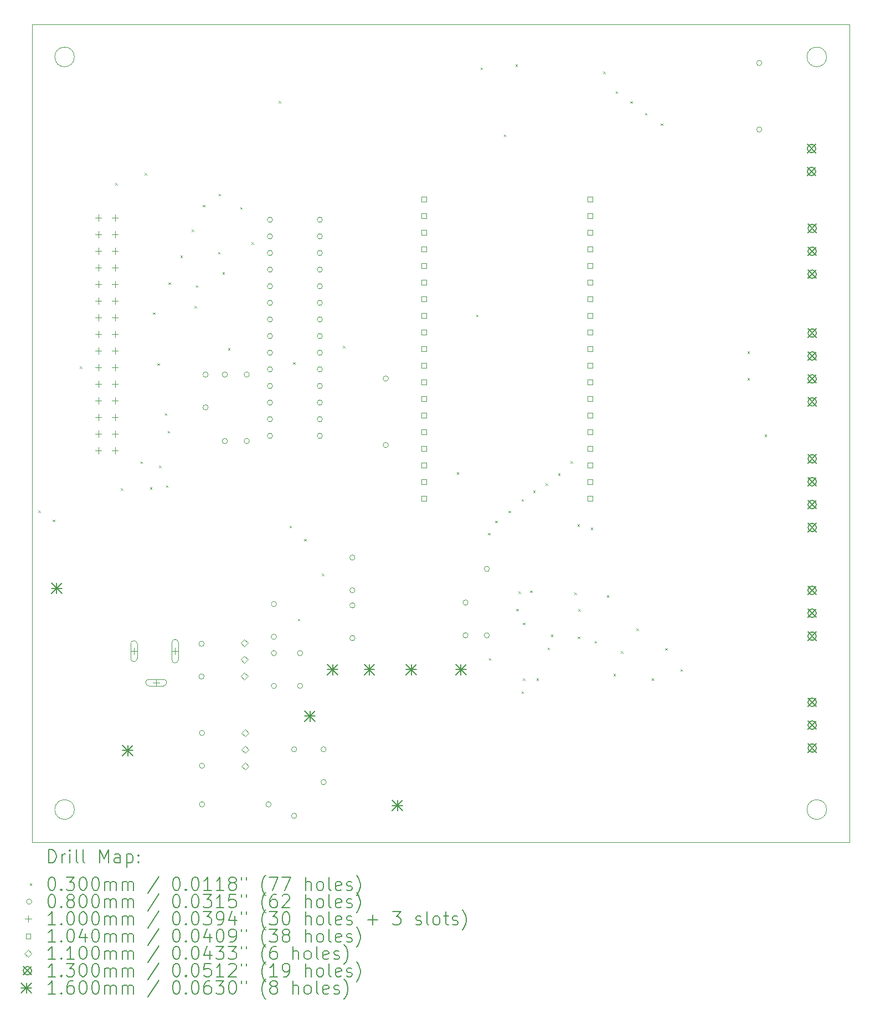
<source format=gbr>
%TF.GenerationSoftware,KiCad,Pcbnew,9.0.5*%
%TF.CreationDate,2025-10-27T23:18:00-07:00*%
%TF.ProjectId,zotbins_2025_wrover_pcb,7a6f7462-696e-4735-9f32-3032355f7772,rev?*%
%TF.SameCoordinates,Original*%
%TF.FileFunction,Drillmap*%
%TF.FilePolarity,Positive*%
%FSLAX45Y45*%
G04 Gerber Fmt 4.5, Leading zero omitted, Abs format (unit mm)*
G04 Created by KiCad (PCBNEW 9.0.5) date 2025-10-27 23:18:00*
%MOMM*%
%LPD*%
G01*
G04 APERTURE LIST*
%ADD10C,0.050000*%
%ADD11C,0.200000*%
%ADD12C,0.100000*%
%ADD13C,0.104000*%
%ADD14C,0.110000*%
%ADD15C,0.130000*%
%ADD16C,0.160000*%
G04 APERTURE END LIST*
D10*
X9300000Y-3740000D02*
X21800000Y-3740000D01*
X21800000Y-16240000D01*
X9300000Y-16240000D01*
X9300000Y-3740000D01*
X21450000Y-15740000D02*
G75*
G02*
X21150000Y-15740000I-150000J0D01*
G01*
X21150000Y-15740000D02*
G75*
G02*
X21450000Y-15740000I150000J0D01*
G01*
X21450000Y-4240000D02*
G75*
G02*
X21150000Y-4240000I-150000J0D01*
G01*
X21150000Y-4240000D02*
G75*
G02*
X21450000Y-4240000I150000J0D01*
G01*
X9950000Y-15740000D02*
G75*
G02*
X9650000Y-15740000I-150000J0D01*
G01*
X9650000Y-15740000D02*
G75*
G02*
X9950000Y-15740000I150000J0D01*
G01*
X9950000Y-4240000D02*
G75*
G02*
X9650000Y-4240000I-150000J0D01*
G01*
X9650000Y-4240000D02*
G75*
G02*
X9950000Y-4240000I150000J0D01*
G01*
D11*
D12*
X9400000Y-11170000D02*
X9430000Y-11200000D01*
X9430000Y-11170000D02*
X9400000Y-11200000D01*
X9620000Y-11310000D02*
X9650000Y-11340000D01*
X9650000Y-11310000D02*
X9620000Y-11340000D01*
X10035000Y-8971000D02*
X10065000Y-9001000D01*
X10065000Y-8971000D02*
X10035000Y-9001000D01*
X10575000Y-6165000D02*
X10605000Y-6195000D01*
X10605000Y-6165000D02*
X10575000Y-6195000D01*
X10661000Y-10830000D02*
X10691000Y-10860000D01*
X10691000Y-10830000D02*
X10661000Y-10860000D01*
X10960610Y-10420951D02*
X10990610Y-10450951D01*
X10990610Y-10420951D02*
X10960610Y-10450951D01*
X11025000Y-6015000D02*
X11055000Y-6045000D01*
X11055000Y-6015000D02*
X11025000Y-6045000D01*
X11106000Y-10815000D02*
X11136000Y-10845000D01*
X11136000Y-10815000D02*
X11106000Y-10845000D01*
X11152500Y-8142500D02*
X11182500Y-8172500D01*
X11182500Y-8142500D02*
X11152500Y-8172500D01*
X11218059Y-8920535D02*
X11248059Y-8950535D01*
X11248059Y-8920535D02*
X11218059Y-8950535D01*
X11245000Y-10485000D02*
X11275000Y-10515000D01*
X11275000Y-10485000D02*
X11245000Y-10515000D01*
X11335000Y-9685000D02*
X11365000Y-9715000D01*
X11365000Y-9685000D02*
X11335000Y-9715000D01*
X11350000Y-10786000D02*
X11380000Y-10816000D01*
X11380000Y-10786000D02*
X11350000Y-10816000D01*
X11375000Y-9955000D02*
X11405000Y-9985000D01*
X11405000Y-9955000D02*
X11375000Y-9985000D01*
X11387500Y-7687500D02*
X11417500Y-7717500D01*
X11417500Y-7687500D02*
X11387500Y-7717500D01*
X11570000Y-7275000D02*
X11600000Y-7305000D01*
X11600000Y-7275000D02*
X11570000Y-7305000D01*
X11745000Y-6877500D02*
X11775000Y-6907500D01*
X11775000Y-6877500D02*
X11745000Y-6907500D01*
X11785000Y-8045000D02*
X11815000Y-8075000D01*
X11815000Y-8045000D02*
X11785000Y-8075000D01*
X11806500Y-7728500D02*
X11836500Y-7758500D01*
X11836500Y-7728500D02*
X11806500Y-7758500D01*
X11915000Y-6500000D02*
X11945000Y-6530000D01*
X11945000Y-6500000D02*
X11915000Y-6530000D01*
X12145229Y-7220282D02*
X12175229Y-7250282D01*
X12175229Y-7220282D02*
X12145229Y-7250282D01*
X12155000Y-6330000D02*
X12185000Y-6360000D01*
X12185000Y-6330000D02*
X12155000Y-6360000D01*
X12213156Y-7528966D02*
X12243156Y-7558966D01*
X12243156Y-7528966D02*
X12213156Y-7558966D01*
X12297150Y-8688848D02*
X12327150Y-8718848D01*
X12327150Y-8688848D02*
X12297150Y-8718848D01*
X12484623Y-6535364D02*
X12514623Y-6565364D01*
X12514623Y-6535364D02*
X12484623Y-6565364D01*
X12657779Y-7073006D02*
X12687779Y-7103006D01*
X12687779Y-7073006D02*
X12657779Y-7103006D01*
X13075000Y-4915000D02*
X13105000Y-4945000D01*
X13105000Y-4915000D02*
X13075000Y-4945000D01*
X13240000Y-11405000D02*
X13270000Y-11435000D01*
X13270000Y-11405000D02*
X13240000Y-11435000D01*
X13295000Y-8905000D02*
X13325000Y-8935000D01*
X13325000Y-8905000D02*
X13295000Y-8935000D01*
X13365000Y-12825000D02*
X13395000Y-12855000D01*
X13395000Y-12825000D02*
X13365000Y-12855000D01*
X13465000Y-11605000D02*
X13495000Y-11635000D01*
X13495000Y-11605000D02*
X13465000Y-11635000D01*
X13735000Y-12135000D02*
X13765000Y-12165000D01*
X13765000Y-12135000D02*
X13735000Y-12165000D01*
X14055000Y-8655000D02*
X14085000Y-8685000D01*
X14085000Y-8655000D02*
X14055000Y-8685000D01*
X15795000Y-10585000D02*
X15825000Y-10615000D01*
X15825000Y-10585000D02*
X15795000Y-10615000D01*
X16093000Y-8177000D02*
X16123000Y-8207000D01*
X16123000Y-8177000D02*
X16093000Y-8207000D01*
X16160434Y-4402876D02*
X16190434Y-4432876D01*
X16190434Y-4402876D02*
X16160434Y-4432876D01*
X16275000Y-11515000D02*
X16305000Y-11545000D01*
X16305000Y-11515000D02*
X16275000Y-11545000D01*
X16285000Y-13425000D02*
X16315000Y-13455000D01*
X16315000Y-13425000D02*
X16285000Y-13455000D01*
X16385000Y-11325000D02*
X16415000Y-11355000D01*
X16415000Y-11325000D02*
X16385000Y-11355000D01*
X16515000Y-5425000D02*
X16545000Y-5455000D01*
X16545000Y-5425000D02*
X16515000Y-5455000D01*
X16585000Y-11175000D02*
X16615000Y-11205000D01*
X16615000Y-11175000D02*
X16585000Y-11205000D01*
X16694213Y-4354162D02*
X16724213Y-4384162D01*
X16724213Y-4354162D02*
X16694213Y-4384162D01*
X16705000Y-12675000D02*
X16735000Y-12705000D01*
X16735000Y-12675000D02*
X16705000Y-12705000D01*
X16740000Y-12405000D02*
X16770000Y-12435000D01*
X16770000Y-12405000D02*
X16740000Y-12435000D01*
X16785000Y-10995000D02*
X16815000Y-11025000D01*
X16815000Y-10995000D02*
X16785000Y-11025000D01*
X16785000Y-13935000D02*
X16815000Y-13965000D01*
X16815000Y-13935000D02*
X16785000Y-13965000D01*
X16805000Y-12885000D02*
X16835000Y-12915000D01*
X16835000Y-12885000D02*
X16805000Y-12915000D01*
X16805000Y-13735000D02*
X16835000Y-13765000D01*
X16835000Y-13735000D02*
X16805000Y-13765000D01*
X16915000Y-12395000D02*
X16945000Y-12425000D01*
X16945000Y-12395000D02*
X16915000Y-12425000D01*
X16965000Y-10865000D02*
X16995000Y-10895000D01*
X16995000Y-10865000D02*
X16965000Y-10895000D01*
X17015000Y-13735000D02*
X17045000Y-13765000D01*
X17045000Y-13735000D02*
X17015000Y-13765000D01*
X17155000Y-10755000D02*
X17185000Y-10785000D01*
X17185000Y-10755000D02*
X17155000Y-10785000D01*
X17185000Y-13265000D02*
X17215000Y-13295000D01*
X17215000Y-13265000D02*
X17185000Y-13295000D01*
X17235000Y-13065000D02*
X17265000Y-13095000D01*
X17265000Y-13065000D02*
X17235000Y-13095000D01*
X17345000Y-10605000D02*
X17375000Y-10635000D01*
X17375000Y-10605000D02*
X17345000Y-10635000D01*
X17535000Y-10415000D02*
X17565000Y-10445000D01*
X17565000Y-10415000D02*
X17535000Y-10445000D01*
X17595000Y-12425000D02*
X17625000Y-12455000D01*
X17625000Y-12425000D02*
X17595000Y-12455000D01*
X17640000Y-11380000D02*
X17670000Y-11410000D01*
X17670000Y-11380000D02*
X17640000Y-11410000D01*
X17645000Y-13095000D02*
X17675000Y-13125000D01*
X17675000Y-13095000D02*
X17645000Y-13125000D01*
X17652500Y-12677500D02*
X17682500Y-12707500D01*
X17682500Y-12677500D02*
X17652500Y-12707500D01*
X17845000Y-11435000D02*
X17875000Y-11465000D01*
X17875000Y-11435000D02*
X17845000Y-11465000D01*
X17905000Y-13165000D02*
X17935000Y-13195000D01*
X17935000Y-13165000D02*
X17905000Y-13195000D01*
X18035000Y-4465000D02*
X18065000Y-4495000D01*
X18065000Y-4465000D02*
X18035000Y-4495000D01*
X18090000Y-12465000D02*
X18120000Y-12495000D01*
X18120000Y-12465000D02*
X18090000Y-12495000D01*
X18190000Y-13670000D02*
X18220000Y-13700000D01*
X18220000Y-13670000D02*
X18190000Y-13700000D01*
X18225506Y-4765982D02*
X18255506Y-4795982D01*
X18255506Y-4765982D02*
X18225506Y-4795982D01*
X18305000Y-13320000D02*
X18335000Y-13350000D01*
X18335000Y-13320000D02*
X18305000Y-13350000D01*
X18449657Y-4918041D02*
X18479657Y-4948041D01*
X18479657Y-4918041D02*
X18449657Y-4948041D01*
X18545000Y-12975000D02*
X18575000Y-13005000D01*
X18575000Y-12975000D02*
X18545000Y-13005000D01*
X18672742Y-5094862D02*
X18702742Y-5124862D01*
X18702742Y-5094862D02*
X18672742Y-5124862D01*
X18775000Y-13735000D02*
X18805000Y-13765000D01*
X18805000Y-13735000D02*
X18775000Y-13765000D01*
X18914124Y-5254436D02*
X18944124Y-5284436D01*
X18944124Y-5254436D02*
X18914124Y-5284436D01*
X18985000Y-13275000D02*
X19015000Y-13305000D01*
X19015000Y-13275000D02*
X18985000Y-13305000D01*
X19215000Y-13595000D02*
X19245000Y-13625000D01*
X19245000Y-13595000D02*
X19215000Y-13625000D01*
X20238675Y-8738767D02*
X20268675Y-8768767D01*
X20268675Y-8738767D02*
X20238675Y-8768767D01*
X20238675Y-9145000D02*
X20268675Y-9175000D01*
X20268675Y-9145000D02*
X20238675Y-9175000D01*
X20502782Y-10012177D02*
X20532782Y-10042177D01*
X20532782Y-10012177D02*
X20502782Y-10042177D01*
X11933647Y-13206838D02*
G75*
G02*
X11853647Y-13206838I-40000J0D01*
G01*
X11853647Y-13206838D02*
G75*
G02*
X11933647Y-13206838I40000J0D01*
G01*
X11933647Y-13706838D02*
G75*
G02*
X11853647Y-13706838I-40000J0D01*
G01*
X11853647Y-13706838D02*
G75*
G02*
X11933647Y-13706838I40000J0D01*
G01*
X11940000Y-14570000D02*
G75*
G02*
X11860000Y-14570000I-40000J0D01*
G01*
X11860000Y-14570000D02*
G75*
G02*
X11940000Y-14570000I40000J0D01*
G01*
X11940000Y-15070000D02*
G75*
G02*
X11860000Y-15070000I-40000J0D01*
G01*
X11860000Y-15070000D02*
G75*
G02*
X11940000Y-15070000I40000J0D01*
G01*
X11942000Y-15660000D02*
G75*
G02*
X11862000Y-15660000I-40000J0D01*
G01*
X11862000Y-15660000D02*
G75*
G02*
X11942000Y-15660000I40000J0D01*
G01*
X11995000Y-9095000D02*
G75*
G02*
X11915000Y-9095000I-40000J0D01*
G01*
X11915000Y-9095000D02*
G75*
G02*
X11995000Y-9095000I40000J0D01*
G01*
X11995000Y-9595000D02*
G75*
G02*
X11915000Y-9595000I-40000J0D01*
G01*
X11915000Y-9595000D02*
G75*
G02*
X11995000Y-9595000I40000J0D01*
G01*
X12290000Y-9094000D02*
G75*
G02*
X12210000Y-9094000I-40000J0D01*
G01*
X12210000Y-9094000D02*
G75*
G02*
X12290000Y-9094000I40000J0D01*
G01*
X12290000Y-10110000D02*
G75*
G02*
X12210000Y-10110000I-40000J0D01*
G01*
X12210000Y-10110000D02*
G75*
G02*
X12290000Y-10110000I40000J0D01*
G01*
X12625000Y-9092000D02*
G75*
G02*
X12545000Y-9092000I-40000J0D01*
G01*
X12545000Y-9092000D02*
G75*
G02*
X12625000Y-9092000I40000J0D01*
G01*
X12625000Y-10108000D02*
G75*
G02*
X12545000Y-10108000I-40000J0D01*
G01*
X12545000Y-10108000D02*
G75*
G02*
X12625000Y-10108000I40000J0D01*
G01*
X12958000Y-15660000D02*
G75*
G02*
X12878000Y-15660000I-40000J0D01*
G01*
X12878000Y-15660000D02*
G75*
G02*
X12958000Y-15660000I40000J0D01*
G01*
X12980000Y-6727500D02*
G75*
G02*
X12900000Y-6727500I-40000J0D01*
G01*
X12900000Y-6727500D02*
G75*
G02*
X12980000Y-6727500I40000J0D01*
G01*
X12980000Y-6981500D02*
G75*
G02*
X12900000Y-6981500I-40000J0D01*
G01*
X12900000Y-6981500D02*
G75*
G02*
X12980000Y-6981500I40000J0D01*
G01*
X12980000Y-7235500D02*
G75*
G02*
X12900000Y-7235500I-40000J0D01*
G01*
X12900000Y-7235500D02*
G75*
G02*
X12980000Y-7235500I40000J0D01*
G01*
X12980000Y-7489500D02*
G75*
G02*
X12900000Y-7489500I-40000J0D01*
G01*
X12900000Y-7489500D02*
G75*
G02*
X12980000Y-7489500I40000J0D01*
G01*
X12980000Y-7743500D02*
G75*
G02*
X12900000Y-7743500I-40000J0D01*
G01*
X12900000Y-7743500D02*
G75*
G02*
X12980000Y-7743500I40000J0D01*
G01*
X12980000Y-7997500D02*
G75*
G02*
X12900000Y-7997500I-40000J0D01*
G01*
X12900000Y-7997500D02*
G75*
G02*
X12980000Y-7997500I40000J0D01*
G01*
X12980000Y-8251500D02*
G75*
G02*
X12900000Y-8251500I-40000J0D01*
G01*
X12900000Y-8251500D02*
G75*
G02*
X12980000Y-8251500I40000J0D01*
G01*
X12980000Y-8505500D02*
G75*
G02*
X12900000Y-8505500I-40000J0D01*
G01*
X12900000Y-8505500D02*
G75*
G02*
X12980000Y-8505500I40000J0D01*
G01*
X12980000Y-8759500D02*
G75*
G02*
X12900000Y-8759500I-40000J0D01*
G01*
X12900000Y-8759500D02*
G75*
G02*
X12980000Y-8759500I40000J0D01*
G01*
X12980000Y-9013500D02*
G75*
G02*
X12900000Y-9013500I-40000J0D01*
G01*
X12900000Y-9013500D02*
G75*
G02*
X12980000Y-9013500I40000J0D01*
G01*
X12980000Y-9267500D02*
G75*
G02*
X12900000Y-9267500I-40000J0D01*
G01*
X12900000Y-9267500D02*
G75*
G02*
X12980000Y-9267500I40000J0D01*
G01*
X12980000Y-9521500D02*
G75*
G02*
X12900000Y-9521500I-40000J0D01*
G01*
X12900000Y-9521500D02*
G75*
G02*
X12980000Y-9521500I40000J0D01*
G01*
X12980000Y-9775500D02*
G75*
G02*
X12900000Y-9775500I-40000J0D01*
G01*
X12900000Y-9775500D02*
G75*
G02*
X12980000Y-9775500I40000J0D01*
G01*
X12980000Y-10029500D02*
G75*
G02*
X12900000Y-10029500I-40000J0D01*
G01*
X12900000Y-10029500D02*
G75*
G02*
X12980000Y-10029500I40000J0D01*
G01*
X13040000Y-12600000D02*
G75*
G02*
X12960000Y-12600000I-40000J0D01*
G01*
X12960000Y-12600000D02*
G75*
G02*
X13040000Y-12600000I40000J0D01*
G01*
X13040000Y-13100000D02*
G75*
G02*
X12960000Y-13100000I-40000J0D01*
G01*
X12960000Y-13100000D02*
G75*
G02*
X13040000Y-13100000I40000J0D01*
G01*
X13040000Y-13350000D02*
G75*
G02*
X12960000Y-13350000I-40000J0D01*
G01*
X12960000Y-13350000D02*
G75*
G02*
X13040000Y-13350000I40000J0D01*
G01*
X13040000Y-13850000D02*
G75*
G02*
X12960000Y-13850000I-40000J0D01*
G01*
X12960000Y-13850000D02*
G75*
G02*
X13040000Y-13850000I40000J0D01*
G01*
X13350000Y-14820000D02*
G75*
G02*
X13270000Y-14820000I-40000J0D01*
G01*
X13270000Y-14820000D02*
G75*
G02*
X13350000Y-14820000I40000J0D01*
G01*
X13350000Y-15836000D02*
G75*
G02*
X13270000Y-15836000I-40000J0D01*
G01*
X13270000Y-15836000D02*
G75*
G02*
X13350000Y-15836000I40000J0D01*
G01*
X13440000Y-13350000D02*
G75*
G02*
X13360000Y-13350000I-40000J0D01*
G01*
X13360000Y-13350000D02*
G75*
G02*
X13440000Y-13350000I40000J0D01*
G01*
X13440000Y-13850000D02*
G75*
G02*
X13360000Y-13850000I-40000J0D01*
G01*
X13360000Y-13850000D02*
G75*
G02*
X13440000Y-13850000I40000J0D01*
G01*
X13742000Y-6727500D02*
G75*
G02*
X13662000Y-6727500I-40000J0D01*
G01*
X13662000Y-6727500D02*
G75*
G02*
X13742000Y-6727500I40000J0D01*
G01*
X13742000Y-6981500D02*
G75*
G02*
X13662000Y-6981500I-40000J0D01*
G01*
X13662000Y-6981500D02*
G75*
G02*
X13742000Y-6981500I40000J0D01*
G01*
X13742000Y-7235500D02*
G75*
G02*
X13662000Y-7235500I-40000J0D01*
G01*
X13662000Y-7235500D02*
G75*
G02*
X13742000Y-7235500I40000J0D01*
G01*
X13742000Y-7489500D02*
G75*
G02*
X13662000Y-7489500I-40000J0D01*
G01*
X13662000Y-7489500D02*
G75*
G02*
X13742000Y-7489500I40000J0D01*
G01*
X13742000Y-7743500D02*
G75*
G02*
X13662000Y-7743500I-40000J0D01*
G01*
X13662000Y-7743500D02*
G75*
G02*
X13742000Y-7743500I40000J0D01*
G01*
X13742000Y-7997500D02*
G75*
G02*
X13662000Y-7997500I-40000J0D01*
G01*
X13662000Y-7997500D02*
G75*
G02*
X13742000Y-7997500I40000J0D01*
G01*
X13742000Y-8251500D02*
G75*
G02*
X13662000Y-8251500I-40000J0D01*
G01*
X13662000Y-8251500D02*
G75*
G02*
X13742000Y-8251500I40000J0D01*
G01*
X13742000Y-8505500D02*
G75*
G02*
X13662000Y-8505500I-40000J0D01*
G01*
X13662000Y-8505500D02*
G75*
G02*
X13742000Y-8505500I40000J0D01*
G01*
X13742000Y-8759500D02*
G75*
G02*
X13662000Y-8759500I-40000J0D01*
G01*
X13662000Y-8759500D02*
G75*
G02*
X13742000Y-8759500I40000J0D01*
G01*
X13742000Y-9013500D02*
G75*
G02*
X13662000Y-9013500I-40000J0D01*
G01*
X13662000Y-9013500D02*
G75*
G02*
X13742000Y-9013500I40000J0D01*
G01*
X13742000Y-9267500D02*
G75*
G02*
X13662000Y-9267500I-40000J0D01*
G01*
X13662000Y-9267500D02*
G75*
G02*
X13742000Y-9267500I40000J0D01*
G01*
X13742000Y-9521500D02*
G75*
G02*
X13662000Y-9521500I-40000J0D01*
G01*
X13662000Y-9521500D02*
G75*
G02*
X13742000Y-9521500I40000J0D01*
G01*
X13742000Y-9775500D02*
G75*
G02*
X13662000Y-9775500I-40000J0D01*
G01*
X13662000Y-9775500D02*
G75*
G02*
X13742000Y-9775500I40000J0D01*
G01*
X13742000Y-10029500D02*
G75*
G02*
X13662000Y-10029500I-40000J0D01*
G01*
X13662000Y-10029500D02*
G75*
G02*
X13742000Y-10029500I40000J0D01*
G01*
X13800000Y-14820000D02*
G75*
G02*
X13720000Y-14820000I-40000J0D01*
G01*
X13720000Y-14820000D02*
G75*
G02*
X13800000Y-14820000I40000J0D01*
G01*
X13800000Y-15320000D02*
G75*
G02*
X13720000Y-15320000I-40000J0D01*
G01*
X13720000Y-15320000D02*
G75*
G02*
X13800000Y-15320000I40000J0D01*
G01*
X14240000Y-11890000D02*
G75*
G02*
X14160000Y-11890000I-40000J0D01*
G01*
X14160000Y-11890000D02*
G75*
G02*
X14240000Y-11890000I40000J0D01*
G01*
X14240000Y-12390000D02*
G75*
G02*
X14160000Y-12390000I-40000J0D01*
G01*
X14160000Y-12390000D02*
G75*
G02*
X14240000Y-12390000I40000J0D01*
G01*
X14240000Y-12620000D02*
G75*
G02*
X14160000Y-12620000I-40000J0D01*
G01*
X14160000Y-12620000D02*
G75*
G02*
X14240000Y-12620000I40000J0D01*
G01*
X14240000Y-13120000D02*
G75*
G02*
X14160000Y-13120000I-40000J0D01*
G01*
X14160000Y-13120000D02*
G75*
G02*
X14240000Y-13120000I40000J0D01*
G01*
X14750000Y-9154000D02*
G75*
G02*
X14670000Y-9154000I-40000J0D01*
G01*
X14670000Y-9154000D02*
G75*
G02*
X14750000Y-9154000I40000J0D01*
G01*
X14750000Y-10170000D02*
G75*
G02*
X14670000Y-10170000I-40000J0D01*
G01*
X14670000Y-10170000D02*
G75*
G02*
X14750000Y-10170000I40000J0D01*
G01*
X15970000Y-12577000D02*
G75*
G02*
X15890000Y-12577000I-40000J0D01*
G01*
X15890000Y-12577000D02*
G75*
G02*
X15970000Y-12577000I40000J0D01*
G01*
X15970000Y-13077000D02*
G75*
G02*
X15890000Y-13077000I-40000J0D01*
G01*
X15890000Y-13077000D02*
G75*
G02*
X15970000Y-13077000I40000J0D01*
G01*
X16295000Y-12062000D02*
G75*
G02*
X16215000Y-12062000I-40000J0D01*
G01*
X16215000Y-12062000D02*
G75*
G02*
X16295000Y-12062000I40000J0D01*
G01*
X16295000Y-13078000D02*
G75*
G02*
X16215000Y-13078000I-40000J0D01*
G01*
X16215000Y-13078000D02*
G75*
G02*
X16295000Y-13078000I40000J0D01*
G01*
X20460000Y-4332000D02*
G75*
G02*
X20380000Y-4332000I-40000J0D01*
G01*
X20380000Y-4332000D02*
G75*
G02*
X20460000Y-4332000I40000J0D01*
G01*
X20460000Y-5348000D02*
G75*
G02*
X20380000Y-5348000I-40000J0D01*
G01*
X20380000Y-5348000D02*
G75*
G02*
X20460000Y-5348000I40000J0D01*
G01*
X10316000Y-6650000D02*
X10316000Y-6750000D01*
X10266000Y-6700000D02*
X10366000Y-6700000D01*
X10316000Y-6904000D02*
X10316000Y-7004000D01*
X10266000Y-6954000D02*
X10366000Y-6954000D01*
X10316000Y-7158000D02*
X10316000Y-7258000D01*
X10266000Y-7208000D02*
X10366000Y-7208000D01*
X10316000Y-7412000D02*
X10316000Y-7512000D01*
X10266000Y-7462000D02*
X10366000Y-7462000D01*
X10316000Y-7666000D02*
X10316000Y-7766000D01*
X10266000Y-7716000D02*
X10366000Y-7716000D01*
X10316000Y-7920000D02*
X10316000Y-8020000D01*
X10266000Y-7970000D02*
X10366000Y-7970000D01*
X10316000Y-8174000D02*
X10316000Y-8274000D01*
X10266000Y-8224000D02*
X10366000Y-8224000D01*
X10316000Y-8428000D02*
X10316000Y-8528000D01*
X10266000Y-8478000D02*
X10366000Y-8478000D01*
X10316000Y-8682000D02*
X10316000Y-8782000D01*
X10266000Y-8732000D02*
X10366000Y-8732000D01*
X10316000Y-8936000D02*
X10316000Y-9036000D01*
X10266000Y-8986000D02*
X10366000Y-8986000D01*
X10316000Y-9190000D02*
X10316000Y-9290000D01*
X10266000Y-9240000D02*
X10366000Y-9240000D01*
X10316000Y-9444000D02*
X10316000Y-9544000D01*
X10266000Y-9494000D02*
X10366000Y-9494000D01*
X10316000Y-9698000D02*
X10316000Y-9798000D01*
X10266000Y-9748000D02*
X10366000Y-9748000D01*
X10316000Y-9952000D02*
X10316000Y-10052000D01*
X10266000Y-10002000D02*
X10366000Y-10002000D01*
X10316000Y-10206000D02*
X10316000Y-10306000D01*
X10266000Y-10256000D02*
X10366000Y-10256000D01*
X10570000Y-6650000D02*
X10570000Y-6750000D01*
X10520000Y-6700000D02*
X10620000Y-6700000D01*
X10570000Y-6904000D02*
X10570000Y-7004000D01*
X10520000Y-6954000D02*
X10620000Y-6954000D01*
X10570000Y-7158000D02*
X10570000Y-7258000D01*
X10520000Y-7208000D02*
X10620000Y-7208000D01*
X10570000Y-7412000D02*
X10570000Y-7512000D01*
X10520000Y-7462000D02*
X10620000Y-7462000D01*
X10570000Y-7666000D02*
X10570000Y-7766000D01*
X10520000Y-7716000D02*
X10620000Y-7716000D01*
X10570000Y-7920000D02*
X10570000Y-8020000D01*
X10520000Y-7970000D02*
X10620000Y-7970000D01*
X10570000Y-8174000D02*
X10570000Y-8274000D01*
X10520000Y-8224000D02*
X10620000Y-8224000D01*
X10570000Y-8428000D02*
X10570000Y-8528000D01*
X10520000Y-8478000D02*
X10620000Y-8478000D01*
X10570000Y-8682000D02*
X10570000Y-8782000D01*
X10520000Y-8732000D02*
X10620000Y-8732000D01*
X10570000Y-8936000D02*
X10570000Y-9036000D01*
X10520000Y-8986000D02*
X10620000Y-8986000D01*
X10570000Y-9190000D02*
X10570000Y-9290000D01*
X10520000Y-9240000D02*
X10620000Y-9240000D01*
X10570000Y-9444000D02*
X10570000Y-9544000D01*
X10520000Y-9494000D02*
X10620000Y-9494000D01*
X10570000Y-9698000D02*
X10570000Y-9798000D01*
X10520000Y-9748000D02*
X10620000Y-9748000D01*
X10570000Y-9952000D02*
X10570000Y-10052000D01*
X10520000Y-10002000D02*
X10620000Y-10002000D01*
X10570000Y-10206000D02*
X10570000Y-10306000D01*
X10520000Y-10256000D02*
X10620000Y-10256000D01*
X10860000Y-13270000D02*
X10860000Y-13370000D01*
X10810000Y-13320000D02*
X10910000Y-13320000D01*
X10810000Y-13210000D02*
X10810000Y-13430000D01*
X10910000Y-13430000D02*
G75*
G02*
X10810000Y-13430000I-50000J0D01*
G01*
X10910000Y-13430000D02*
X10910000Y-13210000D01*
X10910000Y-13210000D02*
G75*
G03*
X10810000Y-13210000I-50000J0D01*
G01*
X11200000Y-13750000D02*
X11200000Y-13850000D01*
X11150000Y-13800000D02*
X11250000Y-13800000D01*
X11310000Y-13750000D02*
X11090000Y-13750000D01*
X11090000Y-13850000D02*
G75*
G02*
X11090000Y-13750000I0J50000D01*
G01*
X11090000Y-13850000D02*
X11310000Y-13850000D01*
X11310000Y-13850000D02*
G75*
G03*
X11310000Y-13750000I0J50000D01*
G01*
X11490000Y-13270000D02*
X11490000Y-13370000D01*
X11440000Y-13320000D02*
X11540000Y-13320000D01*
X11440000Y-13190000D02*
X11440000Y-13450000D01*
X11540000Y-13450000D02*
G75*
G02*
X11440000Y-13450000I-50000J0D01*
G01*
X11540000Y-13450000D02*
X11540000Y-13190000D01*
X11540000Y-13190000D02*
G75*
G03*
X11440000Y-13190000I-50000J0D01*
G01*
D13*
X15331770Y-6450770D02*
X15331770Y-6377230D01*
X15258230Y-6377230D01*
X15258230Y-6450770D01*
X15331770Y-6450770D01*
X15331770Y-6704770D02*
X15331770Y-6631230D01*
X15258230Y-6631230D01*
X15258230Y-6704770D01*
X15331770Y-6704770D01*
X15331770Y-6958770D02*
X15331770Y-6885230D01*
X15258230Y-6885230D01*
X15258230Y-6958770D01*
X15331770Y-6958770D01*
X15331770Y-7212770D02*
X15331770Y-7139230D01*
X15258230Y-7139230D01*
X15258230Y-7212770D01*
X15331770Y-7212770D01*
X15331770Y-7466770D02*
X15331770Y-7393230D01*
X15258230Y-7393230D01*
X15258230Y-7466770D01*
X15331770Y-7466770D01*
X15331770Y-7720770D02*
X15331770Y-7647230D01*
X15258230Y-7647230D01*
X15258230Y-7720770D01*
X15331770Y-7720770D01*
X15331770Y-7974770D02*
X15331770Y-7901230D01*
X15258230Y-7901230D01*
X15258230Y-7974770D01*
X15331770Y-7974770D01*
X15331770Y-8228770D02*
X15331770Y-8155230D01*
X15258230Y-8155230D01*
X15258230Y-8228770D01*
X15331770Y-8228770D01*
X15331770Y-8482770D02*
X15331770Y-8409230D01*
X15258230Y-8409230D01*
X15258230Y-8482770D01*
X15331770Y-8482770D01*
X15331770Y-8736770D02*
X15331770Y-8663230D01*
X15258230Y-8663230D01*
X15258230Y-8736770D01*
X15331770Y-8736770D01*
X15331770Y-8990770D02*
X15331770Y-8917230D01*
X15258230Y-8917230D01*
X15258230Y-8990770D01*
X15331770Y-8990770D01*
X15331770Y-9244770D02*
X15331770Y-9171230D01*
X15258230Y-9171230D01*
X15258230Y-9244770D01*
X15331770Y-9244770D01*
X15331770Y-9498770D02*
X15331770Y-9425230D01*
X15258230Y-9425230D01*
X15258230Y-9498770D01*
X15331770Y-9498770D01*
X15331770Y-9752770D02*
X15331770Y-9679230D01*
X15258230Y-9679230D01*
X15258230Y-9752770D01*
X15331770Y-9752770D01*
X15331770Y-10006770D02*
X15331770Y-9933230D01*
X15258230Y-9933230D01*
X15258230Y-10006770D01*
X15331770Y-10006770D01*
X15331770Y-10260770D02*
X15331770Y-10187230D01*
X15258230Y-10187230D01*
X15258230Y-10260770D01*
X15331770Y-10260770D01*
X15331770Y-10514770D02*
X15331770Y-10441230D01*
X15258230Y-10441230D01*
X15258230Y-10514770D01*
X15331770Y-10514770D01*
X15331770Y-10768770D02*
X15331770Y-10695230D01*
X15258230Y-10695230D01*
X15258230Y-10768770D01*
X15331770Y-10768770D01*
X15331770Y-11022770D02*
X15331770Y-10949230D01*
X15258230Y-10949230D01*
X15258230Y-11022770D01*
X15331770Y-11022770D01*
X17871770Y-6450770D02*
X17871770Y-6377230D01*
X17798230Y-6377230D01*
X17798230Y-6450770D01*
X17871770Y-6450770D01*
X17871770Y-6704770D02*
X17871770Y-6631230D01*
X17798230Y-6631230D01*
X17798230Y-6704770D01*
X17871770Y-6704770D01*
X17871770Y-6958770D02*
X17871770Y-6885230D01*
X17798230Y-6885230D01*
X17798230Y-6958770D01*
X17871770Y-6958770D01*
X17871770Y-7212770D02*
X17871770Y-7139230D01*
X17798230Y-7139230D01*
X17798230Y-7212770D01*
X17871770Y-7212770D01*
X17871770Y-7466770D02*
X17871770Y-7393230D01*
X17798230Y-7393230D01*
X17798230Y-7466770D01*
X17871770Y-7466770D01*
X17871770Y-7720770D02*
X17871770Y-7647230D01*
X17798230Y-7647230D01*
X17798230Y-7720770D01*
X17871770Y-7720770D01*
X17871770Y-7974770D02*
X17871770Y-7901230D01*
X17798230Y-7901230D01*
X17798230Y-7974770D01*
X17871770Y-7974770D01*
X17871770Y-8228770D02*
X17871770Y-8155230D01*
X17798230Y-8155230D01*
X17798230Y-8228770D01*
X17871770Y-8228770D01*
X17871770Y-8482770D02*
X17871770Y-8409230D01*
X17798230Y-8409230D01*
X17798230Y-8482770D01*
X17871770Y-8482770D01*
X17871770Y-8736770D02*
X17871770Y-8663230D01*
X17798230Y-8663230D01*
X17798230Y-8736770D01*
X17871770Y-8736770D01*
X17871770Y-8990770D02*
X17871770Y-8917230D01*
X17798230Y-8917230D01*
X17798230Y-8990770D01*
X17871770Y-8990770D01*
X17871770Y-9244770D02*
X17871770Y-9171230D01*
X17798230Y-9171230D01*
X17798230Y-9244770D01*
X17871770Y-9244770D01*
X17871770Y-9498770D02*
X17871770Y-9425230D01*
X17798230Y-9425230D01*
X17798230Y-9498770D01*
X17871770Y-9498770D01*
X17871770Y-9752770D02*
X17871770Y-9679230D01*
X17798230Y-9679230D01*
X17798230Y-9752770D01*
X17871770Y-9752770D01*
X17871770Y-10006770D02*
X17871770Y-9933230D01*
X17798230Y-9933230D01*
X17798230Y-10006770D01*
X17871770Y-10006770D01*
X17871770Y-10260770D02*
X17871770Y-10187230D01*
X17798230Y-10187230D01*
X17798230Y-10260770D01*
X17871770Y-10260770D01*
X17871770Y-10514770D02*
X17871770Y-10441230D01*
X17798230Y-10441230D01*
X17798230Y-10514770D01*
X17871770Y-10514770D01*
X17871770Y-10768770D02*
X17871770Y-10695230D01*
X17798230Y-10695230D01*
X17798230Y-10768770D01*
X17871770Y-10768770D01*
X17871770Y-11022770D02*
X17871770Y-10949230D01*
X17798230Y-10949230D01*
X17798230Y-11022770D01*
X17871770Y-11022770D01*
D14*
X12550000Y-13247000D02*
X12605000Y-13192000D01*
X12550000Y-13137000D01*
X12495000Y-13192000D01*
X12550000Y-13247000D01*
X12550000Y-13501000D02*
X12605000Y-13446000D01*
X12550000Y-13391000D01*
X12495000Y-13446000D01*
X12550000Y-13501000D01*
X12550000Y-13755000D02*
X12605000Y-13700000D01*
X12550000Y-13645000D01*
X12495000Y-13700000D01*
X12550000Y-13755000D01*
X12560000Y-14625000D02*
X12615000Y-14570000D01*
X12560000Y-14515000D01*
X12505000Y-14570000D01*
X12560000Y-14625000D01*
X12560000Y-14879000D02*
X12615000Y-14824000D01*
X12560000Y-14769000D01*
X12505000Y-14824000D01*
X12560000Y-14879000D01*
X12560000Y-15133000D02*
X12615000Y-15078000D01*
X12560000Y-15023000D01*
X12505000Y-15078000D01*
X12560000Y-15133000D01*
D15*
X21155000Y-5575000D02*
X21285000Y-5705000D01*
X21285000Y-5575000D02*
X21155000Y-5705000D01*
X21285000Y-5640000D02*
G75*
G02*
X21155000Y-5640000I-65000J0D01*
G01*
X21155000Y-5640000D02*
G75*
G02*
X21285000Y-5640000I65000J0D01*
G01*
X21155000Y-5925000D02*
X21285000Y-6055000D01*
X21285000Y-5925000D02*
X21155000Y-6055000D01*
X21285000Y-5990000D02*
G75*
G02*
X21155000Y-5990000I-65000J0D01*
G01*
X21155000Y-5990000D02*
G75*
G02*
X21285000Y-5990000I65000J0D01*
G01*
X21163250Y-12325000D02*
X21293250Y-12455000D01*
X21293250Y-12325000D02*
X21163250Y-12455000D01*
X21293250Y-12390000D02*
G75*
G02*
X21163250Y-12390000I-65000J0D01*
G01*
X21163250Y-12390000D02*
G75*
G02*
X21293250Y-12390000I65000J0D01*
G01*
X21163250Y-12675000D02*
X21293250Y-12805000D01*
X21293250Y-12675000D02*
X21163250Y-12805000D01*
X21293250Y-12740000D02*
G75*
G02*
X21163250Y-12740000I-65000J0D01*
G01*
X21163250Y-12740000D02*
G75*
G02*
X21293250Y-12740000I65000J0D01*
G01*
X21163250Y-13025000D02*
X21293250Y-13155000D01*
X21293250Y-13025000D02*
X21163250Y-13155000D01*
X21293250Y-13090000D02*
G75*
G02*
X21163250Y-13090000I-65000J0D01*
G01*
X21163250Y-13090000D02*
G75*
G02*
X21293250Y-13090000I65000J0D01*
G01*
X21165000Y-6795000D02*
X21295000Y-6925000D01*
X21295000Y-6795000D02*
X21165000Y-6925000D01*
X21295000Y-6860000D02*
G75*
G02*
X21165000Y-6860000I-65000J0D01*
G01*
X21165000Y-6860000D02*
G75*
G02*
X21295000Y-6860000I65000J0D01*
G01*
X21165000Y-7145000D02*
X21295000Y-7275000D01*
X21295000Y-7145000D02*
X21165000Y-7275000D01*
X21295000Y-7210000D02*
G75*
G02*
X21165000Y-7210000I-65000J0D01*
G01*
X21165000Y-7210000D02*
G75*
G02*
X21295000Y-7210000I65000J0D01*
G01*
X21165000Y-7495000D02*
X21295000Y-7625000D01*
X21295000Y-7495000D02*
X21165000Y-7625000D01*
X21295000Y-7560000D02*
G75*
G02*
X21165000Y-7560000I-65000J0D01*
G01*
X21165000Y-7560000D02*
G75*
G02*
X21295000Y-7560000I65000J0D01*
G01*
X21165000Y-8395000D02*
X21295000Y-8525000D01*
X21295000Y-8395000D02*
X21165000Y-8525000D01*
X21295000Y-8460000D02*
G75*
G02*
X21165000Y-8460000I-65000J0D01*
G01*
X21165000Y-8460000D02*
G75*
G02*
X21295000Y-8460000I65000J0D01*
G01*
X21165000Y-8745000D02*
X21295000Y-8875000D01*
X21295000Y-8745000D02*
X21165000Y-8875000D01*
X21295000Y-8810000D02*
G75*
G02*
X21165000Y-8810000I-65000J0D01*
G01*
X21165000Y-8810000D02*
G75*
G02*
X21295000Y-8810000I65000J0D01*
G01*
X21165000Y-9095000D02*
X21295000Y-9225000D01*
X21295000Y-9095000D02*
X21165000Y-9225000D01*
X21295000Y-9160000D02*
G75*
G02*
X21165000Y-9160000I-65000J0D01*
G01*
X21165000Y-9160000D02*
G75*
G02*
X21295000Y-9160000I65000J0D01*
G01*
X21165000Y-9445000D02*
X21295000Y-9575000D01*
X21295000Y-9445000D02*
X21165000Y-9575000D01*
X21295000Y-9510000D02*
G75*
G02*
X21165000Y-9510000I-65000J0D01*
G01*
X21165000Y-9510000D02*
G75*
G02*
X21295000Y-9510000I65000J0D01*
G01*
X21165000Y-10315000D02*
X21295000Y-10445000D01*
X21295000Y-10315000D02*
X21165000Y-10445000D01*
X21295000Y-10380000D02*
G75*
G02*
X21165000Y-10380000I-65000J0D01*
G01*
X21165000Y-10380000D02*
G75*
G02*
X21295000Y-10380000I65000J0D01*
G01*
X21165000Y-10665000D02*
X21295000Y-10795000D01*
X21295000Y-10665000D02*
X21165000Y-10795000D01*
X21295000Y-10730000D02*
G75*
G02*
X21165000Y-10730000I-65000J0D01*
G01*
X21165000Y-10730000D02*
G75*
G02*
X21295000Y-10730000I65000J0D01*
G01*
X21165000Y-11015000D02*
X21295000Y-11145000D01*
X21295000Y-11015000D02*
X21165000Y-11145000D01*
X21295000Y-11080000D02*
G75*
G02*
X21165000Y-11080000I-65000J0D01*
G01*
X21165000Y-11080000D02*
G75*
G02*
X21295000Y-11080000I65000J0D01*
G01*
X21165000Y-11365000D02*
X21295000Y-11495000D01*
X21295000Y-11365000D02*
X21165000Y-11495000D01*
X21295000Y-11430000D02*
G75*
G02*
X21165000Y-11430000I-65000J0D01*
G01*
X21165000Y-11430000D02*
G75*
G02*
X21295000Y-11430000I65000J0D01*
G01*
X21165000Y-14035000D02*
X21295000Y-14165000D01*
X21295000Y-14035000D02*
X21165000Y-14165000D01*
X21295000Y-14100000D02*
G75*
G02*
X21165000Y-14100000I-65000J0D01*
G01*
X21165000Y-14100000D02*
G75*
G02*
X21295000Y-14100000I65000J0D01*
G01*
X21165000Y-14385000D02*
X21295000Y-14515000D01*
X21295000Y-14385000D02*
X21165000Y-14515000D01*
X21295000Y-14450000D02*
G75*
G02*
X21165000Y-14450000I-65000J0D01*
G01*
X21165000Y-14450000D02*
G75*
G02*
X21295000Y-14450000I65000J0D01*
G01*
X21165000Y-14735000D02*
X21295000Y-14865000D01*
X21295000Y-14735000D02*
X21165000Y-14865000D01*
X21295000Y-14800000D02*
G75*
G02*
X21165000Y-14800000I-65000J0D01*
G01*
X21165000Y-14800000D02*
G75*
G02*
X21295000Y-14800000I65000J0D01*
G01*
D16*
X9600000Y-12280000D02*
X9760000Y-12440000D01*
X9760000Y-12280000D02*
X9600000Y-12440000D01*
X9680000Y-12280000D02*
X9680000Y-12440000D01*
X9600000Y-12360000D02*
X9760000Y-12360000D01*
X10687915Y-14755206D02*
X10847915Y-14915206D01*
X10847915Y-14755206D02*
X10687915Y-14915206D01*
X10767915Y-14755206D02*
X10767915Y-14915206D01*
X10687915Y-14835206D02*
X10847915Y-14835206D01*
X13470000Y-14230000D02*
X13630000Y-14390000D01*
X13630000Y-14230000D02*
X13470000Y-14390000D01*
X13550000Y-14230000D02*
X13550000Y-14390000D01*
X13470000Y-14310000D02*
X13630000Y-14310000D01*
X13820000Y-13520000D02*
X13980000Y-13680000D01*
X13980000Y-13520000D02*
X13820000Y-13680000D01*
X13900000Y-13520000D02*
X13900000Y-13680000D01*
X13820000Y-13600000D02*
X13980000Y-13600000D01*
X14380000Y-13520000D02*
X14540000Y-13680000D01*
X14540000Y-13520000D02*
X14380000Y-13680000D01*
X14460000Y-13520000D02*
X14460000Y-13680000D01*
X14380000Y-13600000D02*
X14540000Y-13600000D01*
X14810000Y-15600000D02*
X14970000Y-15760000D01*
X14970000Y-15600000D02*
X14810000Y-15760000D01*
X14890000Y-15600000D02*
X14890000Y-15760000D01*
X14810000Y-15680000D02*
X14970000Y-15680000D01*
X15020000Y-13520000D02*
X15180000Y-13680000D01*
X15180000Y-13520000D02*
X15020000Y-13680000D01*
X15100000Y-13520000D02*
X15100000Y-13680000D01*
X15020000Y-13600000D02*
X15180000Y-13600000D01*
X15780000Y-13520000D02*
X15940000Y-13680000D01*
X15940000Y-13520000D02*
X15780000Y-13680000D01*
X15860000Y-13520000D02*
X15860000Y-13680000D01*
X15780000Y-13600000D02*
X15940000Y-13600000D01*
D11*
X9558277Y-16553984D02*
X9558277Y-16353984D01*
X9558277Y-16353984D02*
X9605896Y-16353984D01*
X9605896Y-16353984D02*
X9634467Y-16363508D01*
X9634467Y-16363508D02*
X9653515Y-16382555D01*
X9653515Y-16382555D02*
X9663039Y-16401603D01*
X9663039Y-16401603D02*
X9672563Y-16439698D01*
X9672563Y-16439698D02*
X9672563Y-16468269D01*
X9672563Y-16468269D02*
X9663039Y-16506365D01*
X9663039Y-16506365D02*
X9653515Y-16525412D01*
X9653515Y-16525412D02*
X9634467Y-16544460D01*
X9634467Y-16544460D02*
X9605896Y-16553984D01*
X9605896Y-16553984D02*
X9558277Y-16553984D01*
X9758277Y-16553984D02*
X9758277Y-16420650D01*
X9758277Y-16458746D02*
X9767801Y-16439698D01*
X9767801Y-16439698D02*
X9777324Y-16430174D01*
X9777324Y-16430174D02*
X9796372Y-16420650D01*
X9796372Y-16420650D02*
X9815420Y-16420650D01*
X9882086Y-16553984D02*
X9882086Y-16420650D01*
X9882086Y-16353984D02*
X9872563Y-16363508D01*
X9872563Y-16363508D02*
X9882086Y-16373031D01*
X9882086Y-16373031D02*
X9891610Y-16363508D01*
X9891610Y-16363508D02*
X9882086Y-16353984D01*
X9882086Y-16353984D02*
X9882086Y-16373031D01*
X10005896Y-16553984D02*
X9986848Y-16544460D01*
X9986848Y-16544460D02*
X9977324Y-16525412D01*
X9977324Y-16525412D02*
X9977324Y-16353984D01*
X10110658Y-16553984D02*
X10091610Y-16544460D01*
X10091610Y-16544460D02*
X10082086Y-16525412D01*
X10082086Y-16525412D02*
X10082086Y-16353984D01*
X10339229Y-16553984D02*
X10339229Y-16353984D01*
X10339229Y-16353984D02*
X10405896Y-16496841D01*
X10405896Y-16496841D02*
X10472563Y-16353984D01*
X10472563Y-16353984D02*
X10472563Y-16553984D01*
X10653515Y-16553984D02*
X10653515Y-16449222D01*
X10653515Y-16449222D02*
X10643991Y-16430174D01*
X10643991Y-16430174D02*
X10624944Y-16420650D01*
X10624944Y-16420650D02*
X10586848Y-16420650D01*
X10586848Y-16420650D02*
X10567801Y-16430174D01*
X10653515Y-16544460D02*
X10634467Y-16553984D01*
X10634467Y-16553984D02*
X10586848Y-16553984D01*
X10586848Y-16553984D02*
X10567801Y-16544460D01*
X10567801Y-16544460D02*
X10558277Y-16525412D01*
X10558277Y-16525412D02*
X10558277Y-16506365D01*
X10558277Y-16506365D02*
X10567801Y-16487317D01*
X10567801Y-16487317D02*
X10586848Y-16477793D01*
X10586848Y-16477793D02*
X10634467Y-16477793D01*
X10634467Y-16477793D02*
X10653515Y-16468269D01*
X10748753Y-16420650D02*
X10748753Y-16620650D01*
X10748753Y-16430174D02*
X10767801Y-16420650D01*
X10767801Y-16420650D02*
X10805896Y-16420650D01*
X10805896Y-16420650D02*
X10824944Y-16430174D01*
X10824944Y-16430174D02*
X10834467Y-16439698D01*
X10834467Y-16439698D02*
X10843991Y-16458746D01*
X10843991Y-16458746D02*
X10843991Y-16515888D01*
X10843991Y-16515888D02*
X10834467Y-16534936D01*
X10834467Y-16534936D02*
X10824944Y-16544460D01*
X10824944Y-16544460D02*
X10805896Y-16553984D01*
X10805896Y-16553984D02*
X10767801Y-16553984D01*
X10767801Y-16553984D02*
X10748753Y-16544460D01*
X10929705Y-16534936D02*
X10939229Y-16544460D01*
X10939229Y-16544460D02*
X10929705Y-16553984D01*
X10929705Y-16553984D02*
X10920182Y-16544460D01*
X10920182Y-16544460D02*
X10929705Y-16534936D01*
X10929705Y-16534936D02*
X10929705Y-16553984D01*
X10929705Y-16430174D02*
X10939229Y-16439698D01*
X10939229Y-16439698D02*
X10929705Y-16449222D01*
X10929705Y-16449222D02*
X10920182Y-16439698D01*
X10920182Y-16439698D02*
X10929705Y-16430174D01*
X10929705Y-16430174D02*
X10929705Y-16449222D01*
D12*
X9267500Y-16867500D02*
X9297500Y-16897500D01*
X9297500Y-16867500D02*
X9267500Y-16897500D01*
D11*
X9596372Y-16773984D02*
X9615420Y-16773984D01*
X9615420Y-16773984D02*
X9634467Y-16783508D01*
X9634467Y-16783508D02*
X9643991Y-16793031D01*
X9643991Y-16793031D02*
X9653515Y-16812079D01*
X9653515Y-16812079D02*
X9663039Y-16850174D01*
X9663039Y-16850174D02*
X9663039Y-16897793D01*
X9663039Y-16897793D02*
X9653515Y-16935889D01*
X9653515Y-16935889D02*
X9643991Y-16954936D01*
X9643991Y-16954936D02*
X9634467Y-16964460D01*
X9634467Y-16964460D02*
X9615420Y-16973984D01*
X9615420Y-16973984D02*
X9596372Y-16973984D01*
X9596372Y-16973984D02*
X9577324Y-16964460D01*
X9577324Y-16964460D02*
X9567801Y-16954936D01*
X9567801Y-16954936D02*
X9558277Y-16935889D01*
X9558277Y-16935889D02*
X9548753Y-16897793D01*
X9548753Y-16897793D02*
X9548753Y-16850174D01*
X9548753Y-16850174D02*
X9558277Y-16812079D01*
X9558277Y-16812079D02*
X9567801Y-16793031D01*
X9567801Y-16793031D02*
X9577324Y-16783508D01*
X9577324Y-16783508D02*
X9596372Y-16773984D01*
X9748753Y-16954936D02*
X9758277Y-16964460D01*
X9758277Y-16964460D02*
X9748753Y-16973984D01*
X9748753Y-16973984D02*
X9739229Y-16964460D01*
X9739229Y-16964460D02*
X9748753Y-16954936D01*
X9748753Y-16954936D02*
X9748753Y-16973984D01*
X9824944Y-16773984D02*
X9948753Y-16773984D01*
X9948753Y-16773984D02*
X9882086Y-16850174D01*
X9882086Y-16850174D02*
X9910658Y-16850174D01*
X9910658Y-16850174D02*
X9929705Y-16859698D01*
X9929705Y-16859698D02*
X9939229Y-16869222D01*
X9939229Y-16869222D02*
X9948753Y-16888270D01*
X9948753Y-16888270D02*
X9948753Y-16935889D01*
X9948753Y-16935889D02*
X9939229Y-16954936D01*
X9939229Y-16954936D02*
X9929705Y-16964460D01*
X9929705Y-16964460D02*
X9910658Y-16973984D01*
X9910658Y-16973984D02*
X9853515Y-16973984D01*
X9853515Y-16973984D02*
X9834467Y-16964460D01*
X9834467Y-16964460D02*
X9824944Y-16954936D01*
X10072563Y-16773984D02*
X10091610Y-16773984D01*
X10091610Y-16773984D02*
X10110658Y-16783508D01*
X10110658Y-16783508D02*
X10120182Y-16793031D01*
X10120182Y-16793031D02*
X10129705Y-16812079D01*
X10129705Y-16812079D02*
X10139229Y-16850174D01*
X10139229Y-16850174D02*
X10139229Y-16897793D01*
X10139229Y-16897793D02*
X10129705Y-16935889D01*
X10129705Y-16935889D02*
X10120182Y-16954936D01*
X10120182Y-16954936D02*
X10110658Y-16964460D01*
X10110658Y-16964460D02*
X10091610Y-16973984D01*
X10091610Y-16973984D02*
X10072563Y-16973984D01*
X10072563Y-16973984D02*
X10053515Y-16964460D01*
X10053515Y-16964460D02*
X10043991Y-16954936D01*
X10043991Y-16954936D02*
X10034467Y-16935889D01*
X10034467Y-16935889D02*
X10024944Y-16897793D01*
X10024944Y-16897793D02*
X10024944Y-16850174D01*
X10024944Y-16850174D02*
X10034467Y-16812079D01*
X10034467Y-16812079D02*
X10043991Y-16793031D01*
X10043991Y-16793031D02*
X10053515Y-16783508D01*
X10053515Y-16783508D02*
X10072563Y-16773984D01*
X10263039Y-16773984D02*
X10282086Y-16773984D01*
X10282086Y-16773984D02*
X10301134Y-16783508D01*
X10301134Y-16783508D02*
X10310658Y-16793031D01*
X10310658Y-16793031D02*
X10320182Y-16812079D01*
X10320182Y-16812079D02*
X10329705Y-16850174D01*
X10329705Y-16850174D02*
X10329705Y-16897793D01*
X10329705Y-16897793D02*
X10320182Y-16935889D01*
X10320182Y-16935889D02*
X10310658Y-16954936D01*
X10310658Y-16954936D02*
X10301134Y-16964460D01*
X10301134Y-16964460D02*
X10282086Y-16973984D01*
X10282086Y-16973984D02*
X10263039Y-16973984D01*
X10263039Y-16973984D02*
X10243991Y-16964460D01*
X10243991Y-16964460D02*
X10234467Y-16954936D01*
X10234467Y-16954936D02*
X10224944Y-16935889D01*
X10224944Y-16935889D02*
X10215420Y-16897793D01*
X10215420Y-16897793D02*
X10215420Y-16850174D01*
X10215420Y-16850174D02*
X10224944Y-16812079D01*
X10224944Y-16812079D02*
X10234467Y-16793031D01*
X10234467Y-16793031D02*
X10243991Y-16783508D01*
X10243991Y-16783508D02*
X10263039Y-16773984D01*
X10415420Y-16973984D02*
X10415420Y-16840650D01*
X10415420Y-16859698D02*
X10424944Y-16850174D01*
X10424944Y-16850174D02*
X10443991Y-16840650D01*
X10443991Y-16840650D02*
X10472563Y-16840650D01*
X10472563Y-16840650D02*
X10491610Y-16850174D01*
X10491610Y-16850174D02*
X10501134Y-16869222D01*
X10501134Y-16869222D02*
X10501134Y-16973984D01*
X10501134Y-16869222D02*
X10510658Y-16850174D01*
X10510658Y-16850174D02*
X10529705Y-16840650D01*
X10529705Y-16840650D02*
X10558277Y-16840650D01*
X10558277Y-16840650D02*
X10577325Y-16850174D01*
X10577325Y-16850174D02*
X10586848Y-16869222D01*
X10586848Y-16869222D02*
X10586848Y-16973984D01*
X10682086Y-16973984D02*
X10682086Y-16840650D01*
X10682086Y-16859698D02*
X10691610Y-16850174D01*
X10691610Y-16850174D02*
X10710658Y-16840650D01*
X10710658Y-16840650D02*
X10739229Y-16840650D01*
X10739229Y-16840650D02*
X10758277Y-16850174D01*
X10758277Y-16850174D02*
X10767801Y-16869222D01*
X10767801Y-16869222D02*
X10767801Y-16973984D01*
X10767801Y-16869222D02*
X10777325Y-16850174D01*
X10777325Y-16850174D02*
X10796372Y-16840650D01*
X10796372Y-16840650D02*
X10824944Y-16840650D01*
X10824944Y-16840650D02*
X10843991Y-16850174D01*
X10843991Y-16850174D02*
X10853515Y-16869222D01*
X10853515Y-16869222D02*
X10853515Y-16973984D01*
X11243991Y-16764460D02*
X11072563Y-17021603D01*
X11501134Y-16773984D02*
X11520182Y-16773984D01*
X11520182Y-16773984D02*
X11539229Y-16783508D01*
X11539229Y-16783508D02*
X11548753Y-16793031D01*
X11548753Y-16793031D02*
X11558277Y-16812079D01*
X11558277Y-16812079D02*
X11567801Y-16850174D01*
X11567801Y-16850174D02*
X11567801Y-16897793D01*
X11567801Y-16897793D02*
X11558277Y-16935889D01*
X11558277Y-16935889D02*
X11548753Y-16954936D01*
X11548753Y-16954936D02*
X11539229Y-16964460D01*
X11539229Y-16964460D02*
X11520182Y-16973984D01*
X11520182Y-16973984D02*
X11501134Y-16973984D01*
X11501134Y-16973984D02*
X11482086Y-16964460D01*
X11482086Y-16964460D02*
X11472563Y-16954936D01*
X11472563Y-16954936D02*
X11463039Y-16935889D01*
X11463039Y-16935889D02*
X11453515Y-16897793D01*
X11453515Y-16897793D02*
X11453515Y-16850174D01*
X11453515Y-16850174D02*
X11463039Y-16812079D01*
X11463039Y-16812079D02*
X11472563Y-16793031D01*
X11472563Y-16793031D02*
X11482086Y-16783508D01*
X11482086Y-16783508D02*
X11501134Y-16773984D01*
X11653515Y-16954936D02*
X11663039Y-16964460D01*
X11663039Y-16964460D02*
X11653515Y-16973984D01*
X11653515Y-16973984D02*
X11643991Y-16964460D01*
X11643991Y-16964460D02*
X11653515Y-16954936D01*
X11653515Y-16954936D02*
X11653515Y-16973984D01*
X11786848Y-16773984D02*
X11805896Y-16773984D01*
X11805896Y-16773984D02*
X11824944Y-16783508D01*
X11824944Y-16783508D02*
X11834467Y-16793031D01*
X11834467Y-16793031D02*
X11843991Y-16812079D01*
X11843991Y-16812079D02*
X11853515Y-16850174D01*
X11853515Y-16850174D02*
X11853515Y-16897793D01*
X11853515Y-16897793D02*
X11843991Y-16935889D01*
X11843991Y-16935889D02*
X11834467Y-16954936D01*
X11834467Y-16954936D02*
X11824944Y-16964460D01*
X11824944Y-16964460D02*
X11805896Y-16973984D01*
X11805896Y-16973984D02*
X11786848Y-16973984D01*
X11786848Y-16973984D02*
X11767801Y-16964460D01*
X11767801Y-16964460D02*
X11758277Y-16954936D01*
X11758277Y-16954936D02*
X11748753Y-16935889D01*
X11748753Y-16935889D02*
X11739229Y-16897793D01*
X11739229Y-16897793D02*
X11739229Y-16850174D01*
X11739229Y-16850174D02*
X11748753Y-16812079D01*
X11748753Y-16812079D02*
X11758277Y-16793031D01*
X11758277Y-16793031D02*
X11767801Y-16783508D01*
X11767801Y-16783508D02*
X11786848Y-16773984D01*
X12043991Y-16973984D02*
X11929706Y-16973984D01*
X11986848Y-16973984D02*
X11986848Y-16773984D01*
X11986848Y-16773984D02*
X11967801Y-16802555D01*
X11967801Y-16802555D02*
X11948753Y-16821603D01*
X11948753Y-16821603D02*
X11929706Y-16831127D01*
X12234467Y-16973984D02*
X12120182Y-16973984D01*
X12177325Y-16973984D02*
X12177325Y-16773984D01*
X12177325Y-16773984D02*
X12158277Y-16802555D01*
X12158277Y-16802555D02*
X12139229Y-16821603D01*
X12139229Y-16821603D02*
X12120182Y-16831127D01*
X12348753Y-16859698D02*
X12329706Y-16850174D01*
X12329706Y-16850174D02*
X12320182Y-16840650D01*
X12320182Y-16840650D02*
X12310658Y-16821603D01*
X12310658Y-16821603D02*
X12310658Y-16812079D01*
X12310658Y-16812079D02*
X12320182Y-16793031D01*
X12320182Y-16793031D02*
X12329706Y-16783508D01*
X12329706Y-16783508D02*
X12348753Y-16773984D01*
X12348753Y-16773984D02*
X12386848Y-16773984D01*
X12386848Y-16773984D02*
X12405896Y-16783508D01*
X12405896Y-16783508D02*
X12415420Y-16793031D01*
X12415420Y-16793031D02*
X12424944Y-16812079D01*
X12424944Y-16812079D02*
X12424944Y-16821603D01*
X12424944Y-16821603D02*
X12415420Y-16840650D01*
X12415420Y-16840650D02*
X12405896Y-16850174D01*
X12405896Y-16850174D02*
X12386848Y-16859698D01*
X12386848Y-16859698D02*
X12348753Y-16859698D01*
X12348753Y-16859698D02*
X12329706Y-16869222D01*
X12329706Y-16869222D02*
X12320182Y-16878746D01*
X12320182Y-16878746D02*
X12310658Y-16897793D01*
X12310658Y-16897793D02*
X12310658Y-16935889D01*
X12310658Y-16935889D02*
X12320182Y-16954936D01*
X12320182Y-16954936D02*
X12329706Y-16964460D01*
X12329706Y-16964460D02*
X12348753Y-16973984D01*
X12348753Y-16973984D02*
X12386848Y-16973984D01*
X12386848Y-16973984D02*
X12405896Y-16964460D01*
X12405896Y-16964460D02*
X12415420Y-16954936D01*
X12415420Y-16954936D02*
X12424944Y-16935889D01*
X12424944Y-16935889D02*
X12424944Y-16897793D01*
X12424944Y-16897793D02*
X12415420Y-16878746D01*
X12415420Y-16878746D02*
X12405896Y-16869222D01*
X12405896Y-16869222D02*
X12386848Y-16859698D01*
X12501134Y-16773984D02*
X12501134Y-16812079D01*
X12577325Y-16773984D02*
X12577325Y-16812079D01*
X12872563Y-17050174D02*
X12863039Y-17040650D01*
X12863039Y-17040650D02*
X12843991Y-17012079D01*
X12843991Y-17012079D02*
X12834468Y-16993031D01*
X12834468Y-16993031D02*
X12824944Y-16964460D01*
X12824944Y-16964460D02*
X12815420Y-16916841D01*
X12815420Y-16916841D02*
X12815420Y-16878746D01*
X12815420Y-16878746D02*
X12824944Y-16831127D01*
X12824944Y-16831127D02*
X12834468Y-16802555D01*
X12834468Y-16802555D02*
X12843991Y-16783508D01*
X12843991Y-16783508D02*
X12863039Y-16754936D01*
X12863039Y-16754936D02*
X12872563Y-16745412D01*
X12929706Y-16773984D02*
X13063039Y-16773984D01*
X13063039Y-16773984D02*
X12977325Y-16973984D01*
X13120182Y-16773984D02*
X13253515Y-16773984D01*
X13253515Y-16773984D02*
X13167801Y-16973984D01*
X13482087Y-16973984D02*
X13482087Y-16773984D01*
X13567801Y-16973984D02*
X13567801Y-16869222D01*
X13567801Y-16869222D02*
X13558277Y-16850174D01*
X13558277Y-16850174D02*
X13539230Y-16840650D01*
X13539230Y-16840650D02*
X13510658Y-16840650D01*
X13510658Y-16840650D02*
X13491610Y-16850174D01*
X13491610Y-16850174D02*
X13482087Y-16859698D01*
X13691610Y-16973984D02*
X13672563Y-16964460D01*
X13672563Y-16964460D02*
X13663039Y-16954936D01*
X13663039Y-16954936D02*
X13653515Y-16935889D01*
X13653515Y-16935889D02*
X13653515Y-16878746D01*
X13653515Y-16878746D02*
X13663039Y-16859698D01*
X13663039Y-16859698D02*
X13672563Y-16850174D01*
X13672563Y-16850174D02*
X13691610Y-16840650D01*
X13691610Y-16840650D02*
X13720182Y-16840650D01*
X13720182Y-16840650D02*
X13739230Y-16850174D01*
X13739230Y-16850174D02*
X13748753Y-16859698D01*
X13748753Y-16859698D02*
X13758277Y-16878746D01*
X13758277Y-16878746D02*
X13758277Y-16935889D01*
X13758277Y-16935889D02*
X13748753Y-16954936D01*
X13748753Y-16954936D02*
X13739230Y-16964460D01*
X13739230Y-16964460D02*
X13720182Y-16973984D01*
X13720182Y-16973984D02*
X13691610Y-16973984D01*
X13872563Y-16973984D02*
X13853515Y-16964460D01*
X13853515Y-16964460D02*
X13843991Y-16945412D01*
X13843991Y-16945412D02*
X13843991Y-16773984D01*
X14024944Y-16964460D02*
X14005896Y-16973984D01*
X14005896Y-16973984D02*
X13967801Y-16973984D01*
X13967801Y-16973984D02*
X13948753Y-16964460D01*
X13948753Y-16964460D02*
X13939230Y-16945412D01*
X13939230Y-16945412D02*
X13939230Y-16869222D01*
X13939230Y-16869222D02*
X13948753Y-16850174D01*
X13948753Y-16850174D02*
X13967801Y-16840650D01*
X13967801Y-16840650D02*
X14005896Y-16840650D01*
X14005896Y-16840650D02*
X14024944Y-16850174D01*
X14024944Y-16850174D02*
X14034468Y-16869222D01*
X14034468Y-16869222D02*
X14034468Y-16888270D01*
X14034468Y-16888270D02*
X13939230Y-16907317D01*
X14110658Y-16964460D02*
X14129706Y-16973984D01*
X14129706Y-16973984D02*
X14167801Y-16973984D01*
X14167801Y-16973984D02*
X14186849Y-16964460D01*
X14186849Y-16964460D02*
X14196372Y-16945412D01*
X14196372Y-16945412D02*
X14196372Y-16935889D01*
X14196372Y-16935889D02*
X14186849Y-16916841D01*
X14186849Y-16916841D02*
X14167801Y-16907317D01*
X14167801Y-16907317D02*
X14139230Y-16907317D01*
X14139230Y-16907317D02*
X14120182Y-16897793D01*
X14120182Y-16897793D02*
X14110658Y-16878746D01*
X14110658Y-16878746D02*
X14110658Y-16869222D01*
X14110658Y-16869222D02*
X14120182Y-16850174D01*
X14120182Y-16850174D02*
X14139230Y-16840650D01*
X14139230Y-16840650D02*
X14167801Y-16840650D01*
X14167801Y-16840650D02*
X14186849Y-16850174D01*
X14263039Y-17050174D02*
X14272563Y-17040650D01*
X14272563Y-17040650D02*
X14291611Y-17012079D01*
X14291611Y-17012079D02*
X14301134Y-16993031D01*
X14301134Y-16993031D02*
X14310658Y-16964460D01*
X14310658Y-16964460D02*
X14320182Y-16916841D01*
X14320182Y-16916841D02*
X14320182Y-16878746D01*
X14320182Y-16878746D02*
X14310658Y-16831127D01*
X14310658Y-16831127D02*
X14301134Y-16802555D01*
X14301134Y-16802555D02*
X14291611Y-16783508D01*
X14291611Y-16783508D02*
X14272563Y-16754936D01*
X14272563Y-16754936D02*
X14263039Y-16745412D01*
D12*
X9297500Y-17146500D02*
G75*
G02*
X9217500Y-17146500I-40000J0D01*
G01*
X9217500Y-17146500D02*
G75*
G02*
X9297500Y-17146500I40000J0D01*
G01*
D11*
X9596372Y-17037984D02*
X9615420Y-17037984D01*
X9615420Y-17037984D02*
X9634467Y-17047508D01*
X9634467Y-17047508D02*
X9643991Y-17057031D01*
X9643991Y-17057031D02*
X9653515Y-17076079D01*
X9653515Y-17076079D02*
X9663039Y-17114174D01*
X9663039Y-17114174D02*
X9663039Y-17161793D01*
X9663039Y-17161793D02*
X9653515Y-17199889D01*
X9653515Y-17199889D02*
X9643991Y-17218936D01*
X9643991Y-17218936D02*
X9634467Y-17228460D01*
X9634467Y-17228460D02*
X9615420Y-17237984D01*
X9615420Y-17237984D02*
X9596372Y-17237984D01*
X9596372Y-17237984D02*
X9577324Y-17228460D01*
X9577324Y-17228460D02*
X9567801Y-17218936D01*
X9567801Y-17218936D02*
X9558277Y-17199889D01*
X9558277Y-17199889D02*
X9548753Y-17161793D01*
X9548753Y-17161793D02*
X9548753Y-17114174D01*
X9548753Y-17114174D02*
X9558277Y-17076079D01*
X9558277Y-17076079D02*
X9567801Y-17057031D01*
X9567801Y-17057031D02*
X9577324Y-17047508D01*
X9577324Y-17047508D02*
X9596372Y-17037984D01*
X9748753Y-17218936D02*
X9758277Y-17228460D01*
X9758277Y-17228460D02*
X9748753Y-17237984D01*
X9748753Y-17237984D02*
X9739229Y-17228460D01*
X9739229Y-17228460D02*
X9748753Y-17218936D01*
X9748753Y-17218936D02*
X9748753Y-17237984D01*
X9872563Y-17123698D02*
X9853515Y-17114174D01*
X9853515Y-17114174D02*
X9843991Y-17104650D01*
X9843991Y-17104650D02*
X9834467Y-17085603D01*
X9834467Y-17085603D02*
X9834467Y-17076079D01*
X9834467Y-17076079D02*
X9843991Y-17057031D01*
X9843991Y-17057031D02*
X9853515Y-17047508D01*
X9853515Y-17047508D02*
X9872563Y-17037984D01*
X9872563Y-17037984D02*
X9910658Y-17037984D01*
X9910658Y-17037984D02*
X9929705Y-17047508D01*
X9929705Y-17047508D02*
X9939229Y-17057031D01*
X9939229Y-17057031D02*
X9948753Y-17076079D01*
X9948753Y-17076079D02*
X9948753Y-17085603D01*
X9948753Y-17085603D02*
X9939229Y-17104650D01*
X9939229Y-17104650D02*
X9929705Y-17114174D01*
X9929705Y-17114174D02*
X9910658Y-17123698D01*
X9910658Y-17123698D02*
X9872563Y-17123698D01*
X9872563Y-17123698D02*
X9853515Y-17133222D01*
X9853515Y-17133222D02*
X9843991Y-17142746D01*
X9843991Y-17142746D02*
X9834467Y-17161793D01*
X9834467Y-17161793D02*
X9834467Y-17199889D01*
X9834467Y-17199889D02*
X9843991Y-17218936D01*
X9843991Y-17218936D02*
X9853515Y-17228460D01*
X9853515Y-17228460D02*
X9872563Y-17237984D01*
X9872563Y-17237984D02*
X9910658Y-17237984D01*
X9910658Y-17237984D02*
X9929705Y-17228460D01*
X9929705Y-17228460D02*
X9939229Y-17218936D01*
X9939229Y-17218936D02*
X9948753Y-17199889D01*
X9948753Y-17199889D02*
X9948753Y-17161793D01*
X9948753Y-17161793D02*
X9939229Y-17142746D01*
X9939229Y-17142746D02*
X9929705Y-17133222D01*
X9929705Y-17133222D02*
X9910658Y-17123698D01*
X10072563Y-17037984D02*
X10091610Y-17037984D01*
X10091610Y-17037984D02*
X10110658Y-17047508D01*
X10110658Y-17047508D02*
X10120182Y-17057031D01*
X10120182Y-17057031D02*
X10129705Y-17076079D01*
X10129705Y-17076079D02*
X10139229Y-17114174D01*
X10139229Y-17114174D02*
X10139229Y-17161793D01*
X10139229Y-17161793D02*
X10129705Y-17199889D01*
X10129705Y-17199889D02*
X10120182Y-17218936D01*
X10120182Y-17218936D02*
X10110658Y-17228460D01*
X10110658Y-17228460D02*
X10091610Y-17237984D01*
X10091610Y-17237984D02*
X10072563Y-17237984D01*
X10072563Y-17237984D02*
X10053515Y-17228460D01*
X10053515Y-17228460D02*
X10043991Y-17218936D01*
X10043991Y-17218936D02*
X10034467Y-17199889D01*
X10034467Y-17199889D02*
X10024944Y-17161793D01*
X10024944Y-17161793D02*
X10024944Y-17114174D01*
X10024944Y-17114174D02*
X10034467Y-17076079D01*
X10034467Y-17076079D02*
X10043991Y-17057031D01*
X10043991Y-17057031D02*
X10053515Y-17047508D01*
X10053515Y-17047508D02*
X10072563Y-17037984D01*
X10263039Y-17037984D02*
X10282086Y-17037984D01*
X10282086Y-17037984D02*
X10301134Y-17047508D01*
X10301134Y-17047508D02*
X10310658Y-17057031D01*
X10310658Y-17057031D02*
X10320182Y-17076079D01*
X10320182Y-17076079D02*
X10329705Y-17114174D01*
X10329705Y-17114174D02*
X10329705Y-17161793D01*
X10329705Y-17161793D02*
X10320182Y-17199889D01*
X10320182Y-17199889D02*
X10310658Y-17218936D01*
X10310658Y-17218936D02*
X10301134Y-17228460D01*
X10301134Y-17228460D02*
X10282086Y-17237984D01*
X10282086Y-17237984D02*
X10263039Y-17237984D01*
X10263039Y-17237984D02*
X10243991Y-17228460D01*
X10243991Y-17228460D02*
X10234467Y-17218936D01*
X10234467Y-17218936D02*
X10224944Y-17199889D01*
X10224944Y-17199889D02*
X10215420Y-17161793D01*
X10215420Y-17161793D02*
X10215420Y-17114174D01*
X10215420Y-17114174D02*
X10224944Y-17076079D01*
X10224944Y-17076079D02*
X10234467Y-17057031D01*
X10234467Y-17057031D02*
X10243991Y-17047508D01*
X10243991Y-17047508D02*
X10263039Y-17037984D01*
X10415420Y-17237984D02*
X10415420Y-17104650D01*
X10415420Y-17123698D02*
X10424944Y-17114174D01*
X10424944Y-17114174D02*
X10443991Y-17104650D01*
X10443991Y-17104650D02*
X10472563Y-17104650D01*
X10472563Y-17104650D02*
X10491610Y-17114174D01*
X10491610Y-17114174D02*
X10501134Y-17133222D01*
X10501134Y-17133222D02*
X10501134Y-17237984D01*
X10501134Y-17133222D02*
X10510658Y-17114174D01*
X10510658Y-17114174D02*
X10529705Y-17104650D01*
X10529705Y-17104650D02*
X10558277Y-17104650D01*
X10558277Y-17104650D02*
X10577325Y-17114174D01*
X10577325Y-17114174D02*
X10586848Y-17133222D01*
X10586848Y-17133222D02*
X10586848Y-17237984D01*
X10682086Y-17237984D02*
X10682086Y-17104650D01*
X10682086Y-17123698D02*
X10691610Y-17114174D01*
X10691610Y-17114174D02*
X10710658Y-17104650D01*
X10710658Y-17104650D02*
X10739229Y-17104650D01*
X10739229Y-17104650D02*
X10758277Y-17114174D01*
X10758277Y-17114174D02*
X10767801Y-17133222D01*
X10767801Y-17133222D02*
X10767801Y-17237984D01*
X10767801Y-17133222D02*
X10777325Y-17114174D01*
X10777325Y-17114174D02*
X10796372Y-17104650D01*
X10796372Y-17104650D02*
X10824944Y-17104650D01*
X10824944Y-17104650D02*
X10843991Y-17114174D01*
X10843991Y-17114174D02*
X10853515Y-17133222D01*
X10853515Y-17133222D02*
X10853515Y-17237984D01*
X11243991Y-17028460D02*
X11072563Y-17285603D01*
X11501134Y-17037984D02*
X11520182Y-17037984D01*
X11520182Y-17037984D02*
X11539229Y-17047508D01*
X11539229Y-17047508D02*
X11548753Y-17057031D01*
X11548753Y-17057031D02*
X11558277Y-17076079D01*
X11558277Y-17076079D02*
X11567801Y-17114174D01*
X11567801Y-17114174D02*
X11567801Y-17161793D01*
X11567801Y-17161793D02*
X11558277Y-17199889D01*
X11558277Y-17199889D02*
X11548753Y-17218936D01*
X11548753Y-17218936D02*
X11539229Y-17228460D01*
X11539229Y-17228460D02*
X11520182Y-17237984D01*
X11520182Y-17237984D02*
X11501134Y-17237984D01*
X11501134Y-17237984D02*
X11482086Y-17228460D01*
X11482086Y-17228460D02*
X11472563Y-17218936D01*
X11472563Y-17218936D02*
X11463039Y-17199889D01*
X11463039Y-17199889D02*
X11453515Y-17161793D01*
X11453515Y-17161793D02*
X11453515Y-17114174D01*
X11453515Y-17114174D02*
X11463039Y-17076079D01*
X11463039Y-17076079D02*
X11472563Y-17057031D01*
X11472563Y-17057031D02*
X11482086Y-17047508D01*
X11482086Y-17047508D02*
X11501134Y-17037984D01*
X11653515Y-17218936D02*
X11663039Y-17228460D01*
X11663039Y-17228460D02*
X11653515Y-17237984D01*
X11653515Y-17237984D02*
X11643991Y-17228460D01*
X11643991Y-17228460D02*
X11653515Y-17218936D01*
X11653515Y-17218936D02*
X11653515Y-17237984D01*
X11786848Y-17037984D02*
X11805896Y-17037984D01*
X11805896Y-17037984D02*
X11824944Y-17047508D01*
X11824944Y-17047508D02*
X11834467Y-17057031D01*
X11834467Y-17057031D02*
X11843991Y-17076079D01*
X11843991Y-17076079D02*
X11853515Y-17114174D01*
X11853515Y-17114174D02*
X11853515Y-17161793D01*
X11853515Y-17161793D02*
X11843991Y-17199889D01*
X11843991Y-17199889D02*
X11834467Y-17218936D01*
X11834467Y-17218936D02*
X11824944Y-17228460D01*
X11824944Y-17228460D02*
X11805896Y-17237984D01*
X11805896Y-17237984D02*
X11786848Y-17237984D01*
X11786848Y-17237984D02*
X11767801Y-17228460D01*
X11767801Y-17228460D02*
X11758277Y-17218936D01*
X11758277Y-17218936D02*
X11748753Y-17199889D01*
X11748753Y-17199889D02*
X11739229Y-17161793D01*
X11739229Y-17161793D02*
X11739229Y-17114174D01*
X11739229Y-17114174D02*
X11748753Y-17076079D01*
X11748753Y-17076079D02*
X11758277Y-17057031D01*
X11758277Y-17057031D02*
X11767801Y-17047508D01*
X11767801Y-17047508D02*
X11786848Y-17037984D01*
X11920182Y-17037984D02*
X12043991Y-17037984D01*
X12043991Y-17037984D02*
X11977325Y-17114174D01*
X11977325Y-17114174D02*
X12005896Y-17114174D01*
X12005896Y-17114174D02*
X12024944Y-17123698D01*
X12024944Y-17123698D02*
X12034467Y-17133222D01*
X12034467Y-17133222D02*
X12043991Y-17152270D01*
X12043991Y-17152270D02*
X12043991Y-17199889D01*
X12043991Y-17199889D02*
X12034467Y-17218936D01*
X12034467Y-17218936D02*
X12024944Y-17228460D01*
X12024944Y-17228460D02*
X12005896Y-17237984D01*
X12005896Y-17237984D02*
X11948753Y-17237984D01*
X11948753Y-17237984D02*
X11929706Y-17228460D01*
X11929706Y-17228460D02*
X11920182Y-17218936D01*
X12234467Y-17237984D02*
X12120182Y-17237984D01*
X12177325Y-17237984D02*
X12177325Y-17037984D01*
X12177325Y-17037984D02*
X12158277Y-17066555D01*
X12158277Y-17066555D02*
X12139229Y-17085603D01*
X12139229Y-17085603D02*
X12120182Y-17095127D01*
X12415420Y-17037984D02*
X12320182Y-17037984D01*
X12320182Y-17037984D02*
X12310658Y-17133222D01*
X12310658Y-17133222D02*
X12320182Y-17123698D01*
X12320182Y-17123698D02*
X12339229Y-17114174D01*
X12339229Y-17114174D02*
X12386848Y-17114174D01*
X12386848Y-17114174D02*
X12405896Y-17123698D01*
X12405896Y-17123698D02*
X12415420Y-17133222D01*
X12415420Y-17133222D02*
X12424944Y-17152270D01*
X12424944Y-17152270D02*
X12424944Y-17199889D01*
X12424944Y-17199889D02*
X12415420Y-17218936D01*
X12415420Y-17218936D02*
X12405896Y-17228460D01*
X12405896Y-17228460D02*
X12386848Y-17237984D01*
X12386848Y-17237984D02*
X12339229Y-17237984D01*
X12339229Y-17237984D02*
X12320182Y-17228460D01*
X12320182Y-17228460D02*
X12310658Y-17218936D01*
X12501134Y-17037984D02*
X12501134Y-17076079D01*
X12577325Y-17037984D02*
X12577325Y-17076079D01*
X12872563Y-17314174D02*
X12863039Y-17304650D01*
X12863039Y-17304650D02*
X12843991Y-17276079D01*
X12843991Y-17276079D02*
X12834468Y-17257031D01*
X12834468Y-17257031D02*
X12824944Y-17228460D01*
X12824944Y-17228460D02*
X12815420Y-17180841D01*
X12815420Y-17180841D02*
X12815420Y-17142746D01*
X12815420Y-17142746D02*
X12824944Y-17095127D01*
X12824944Y-17095127D02*
X12834468Y-17066555D01*
X12834468Y-17066555D02*
X12843991Y-17047508D01*
X12843991Y-17047508D02*
X12863039Y-17018936D01*
X12863039Y-17018936D02*
X12872563Y-17009412D01*
X13034468Y-17037984D02*
X12996372Y-17037984D01*
X12996372Y-17037984D02*
X12977325Y-17047508D01*
X12977325Y-17047508D02*
X12967801Y-17057031D01*
X12967801Y-17057031D02*
X12948753Y-17085603D01*
X12948753Y-17085603D02*
X12939229Y-17123698D01*
X12939229Y-17123698D02*
X12939229Y-17199889D01*
X12939229Y-17199889D02*
X12948753Y-17218936D01*
X12948753Y-17218936D02*
X12958277Y-17228460D01*
X12958277Y-17228460D02*
X12977325Y-17237984D01*
X12977325Y-17237984D02*
X13015420Y-17237984D01*
X13015420Y-17237984D02*
X13034468Y-17228460D01*
X13034468Y-17228460D02*
X13043991Y-17218936D01*
X13043991Y-17218936D02*
X13053515Y-17199889D01*
X13053515Y-17199889D02*
X13053515Y-17152270D01*
X13053515Y-17152270D02*
X13043991Y-17133222D01*
X13043991Y-17133222D02*
X13034468Y-17123698D01*
X13034468Y-17123698D02*
X13015420Y-17114174D01*
X13015420Y-17114174D02*
X12977325Y-17114174D01*
X12977325Y-17114174D02*
X12958277Y-17123698D01*
X12958277Y-17123698D02*
X12948753Y-17133222D01*
X12948753Y-17133222D02*
X12939229Y-17152270D01*
X13129706Y-17057031D02*
X13139229Y-17047508D01*
X13139229Y-17047508D02*
X13158277Y-17037984D01*
X13158277Y-17037984D02*
X13205896Y-17037984D01*
X13205896Y-17037984D02*
X13224944Y-17047508D01*
X13224944Y-17047508D02*
X13234468Y-17057031D01*
X13234468Y-17057031D02*
X13243991Y-17076079D01*
X13243991Y-17076079D02*
X13243991Y-17095127D01*
X13243991Y-17095127D02*
X13234468Y-17123698D01*
X13234468Y-17123698D02*
X13120182Y-17237984D01*
X13120182Y-17237984D02*
X13243991Y-17237984D01*
X13482087Y-17237984D02*
X13482087Y-17037984D01*
X13567801Y-17237984D02*
X13567801Y-17133222D01*
X13567801Y-17133222D02*
X13558277Y-17114174D01*
X13558277Y-17114174D02*
X13539230Y-17104650D01*
X13539230Y-17104650D02*
X13510658Y-17104650D01*
X13510658Y-17104650D02*
X13491610Y-17114174D01*
X13491610Y-17114174D02*
X13482087Y-17123698D01*
X13691610Y-17237984D02*
X13672563Y-17228460D01*
X13672563Y-17228460D02*
X13663039Y-17218936D01*
X13663039Y-17218936D02*
X13653515Y-17199889D01*
X13653515Y-17199889D02*
X13653515Y-17142746D01*
X13653515Y-17142746D02*
X13663039Y-17123698D01*
X13663039Y-17123698D02*
X13672563Y-17114174D01*
X13672563Y-17114174D02*
X13691610Y-17104650D01*
X13691610Y-17104650D02*
X13720182Y-17104650D01*
X13720182Y-17104650D02*
X13739230Y-17114174D01*
X13739230Y-17114174D02*
X13748753Y-17123698D01*
X13748753Y-17123698D02*
X13758277Y-17142746D01*
X13758277Y-17142746D02*
X13758277Y-17199889D01*
X13758277Y-17199889D02*
X13748753Y-17218936D01*
X13748753Y-17218936D02*
X13739230Y-17228460D01*
X13739230Y-17228460D02*
X13720182Y-17237984D01*
X13720182Y-17237984D02*
X13691610Y-17237984D01*
X13872563Y-17237984D02*
X13853515Y-17228460D01*
X13853515Y-17228460D02*
X13843991Y-17209412D01*
X13843991Y-17209412D02*
X13843991Y-17037984D01*
X14024944Y-17228460D02*
X14005896Y-17237984D01*
X14005896Y-17237984D02*
X13967801Y-17237984D01*
X13967801Y-17237984D02*
X13948753Y-17228460D01*
X13948753Y-17228460D02*
X13939230Y-17209412D01*
X13939230Y-17209412D02*
X13939230Y-17133222D01*
X13939230Y-17133222D02*
X13948753Y-17114174D01*
X13948753Y-17114174D02*
X13967801Y-17104650D01*
X13967801Y-17104650D02*
X14005896Y-17104650D01*
X14005896Y-17104650D02*
X14024944Y-17114174D01*
X14024944Y-17114174D02*
X14034468Y-17133222D01*
X14034468Y-17133222D02*
X14034468Y-17152270D01*
X14034468Y-17152270D02*
X13939230Y-17171317D01*
X14110658Y-17228460D02*
X14129706Y-17237984D01*
X14129706Y-17237984D02*
X14167801Y-17237984D01*
X14167801Y-17237984D02*
X14186849Y-17228460D01*
X14186849Y-17228460D02*
X14196372Y-17209412D01*
X14196372Y-17209412D02*
X14196372Y-17199889D01*
X14196372Y-17199889D02*
X14186849Y-17180841D01*
X14186849Y-17180841D02*
X14167801Y-17171317D01*
X14167801Y-17171317D02*
X14139230Y-17171317D01*
X14139230Y-17171317D02*
X14120182Y-17161793D01*
X14120182Y-17161793D02*
X14110658Y-17142746D01*
X14110658Y-17142746D02*
X14110658Y-17133222D01*
X14110658Y-17133222D02*
X14120182Y-17114174D01*
X14120182Y-17114174D02*
X14139230Y-17104650D01*
X14139230Y-17104650D02*
X14167801Y-17104650D01*
X14167801Y-17104650D02*
X14186849Y-17114174D01*
X14263039Y-17314174D02*
X14272563Y-17304650D01*
X14272563Y-17304650D02*
X14291611Y-17276079D01*
X14291611Y-17276079D02*
X14301134Y-17257031D01*
X14301134Y-17257031D02*
X14310658Y-17228460D01*
X14310658Y-17228460D02*
X14320182Y-17180841D01*
X14320182Y-17180841D02*
X14320182Y-17142746D01*
X14320182Y-17142746D02*
X14310658Y-17095127D01*
X14310658Y-17095127D02*
X14301134Y-17066555D01*
X14301134Y-17066555D02*
X14291611Y-17047508D01*
X14291611Y-17047508D02*
X14272563Y-17018936D01*
X14272563Y-17018936D02*
X14263039Y-17009412D01*
D12*
X9247500Y-17360500D02*
X9247500Y-17460500D01*
X9197500Y-17410500D02*
X9297500Y-17410500D01*
D11*
X9663039Y-17501984D02*
X9548753Y-17501984D01*
X9605896Y-17501984D02*
X9605896Y-17301984D01*
X9605896Y-17301984D02*
X9586848Y-17330555D01*
X9586848Y-17330555D02*
X9567801Y-17349603D01*
X9567801Y-17349603D02*
X9548753Y-17359127D01*
X9748753Y-17482936D02*
X9758277Y-17492460D01*
X9758277Y-17492460D02*
X9748753Y-17501984D01*
X9748753Y-17501984D02*
X9739229Y-17492460D01*
X9739229Y-17492460D02*
X9748753Y-17482936D01*
X9748753Y-17482936D02*
X9748753Y-17501984D01*
X9882086Y-17301984D02*
X9901134Y-17301984D01*
X9901134Y-17301984D02*
X9920182Y-17311508D01*
X9920182Y-17311508D02*
X9929705Y-17321031D01*
X9929705Y-17321031D02*
X9939229Y-17340079D01*
X9939229Y-17340079D02*
X9948753Y-17378174D01*
X9948753Y-17378174D02*
X9948753Y-17425793D01*
X9948753Y-17425793D02*
X9939229Y-17463889D01*
X9939229Y-17463889D02*
X9929705Y-17482936D01*
X9929705Y-17482936D02*
X9920182Y-17492460D01*
X9920182Y-17492460D02*
X9901134Y-17501984D01*
X9901134Y-17501984D02*
X9882086Y-17501984D01*
X9882086Y-17501984D02*
X9863039Y-17492460D01*
X9863039Y-17492460D02*
X9853515Y-17482936D01*
X9853515Y-17482936D02*
X9843991Y-17463889D01*
X9843991Y-17463889D02*
X9834467Y-17425793D01*
X9834467Y-17425793D02*
X9834467Y-17378174D01*
X9834467Y-17378174D02*
X9843991Y-17340079D01*
X9843991Y-17340079D02*
X9853515Y-17321031D01*
X9853515Y-17321031D02*
X9863039Y-17311508D01*
X9863039Y-17311508D02*
X9882086Y-17301984D01*
X10072563Y-17301984D02*
X10091610Y-17301984D01*
X10091610Y-17301984D02*
X10110658Y-17311508D01*
X10110658Y-17311508D02*
X10120182Y-17321031D01*
X10120182Y-17321031D02*
X10129705Y-17340079D01*
X10129705Y-17340079D02*
X10139229Y-17378174D01*
X10139229Y-17378174D02*
X10139229Y-17425793D01*
X10139229Y-17425793D02*
X10129705Y-17463889D01*
X10129705Y-17463889D02*
X10120182Y-17482936D01*
X10120182Y-17482936D02*
X10110658Y-17492460D01*
X10110658Y-17492460D02*
X10091610Y-17501984D01*
X10091610Y-17501984D02*
X10072563Y-17501984D01*
X10072563Y-17501984D02*
X10053515Y-17492460D01*
X10053515Y-17492460D02*
X10043991Y-17482936D01*
X10043991Y-17482936D02*
X10034467Y-17463889D01*
X10034467Y-17463889D02*
X10024944Y-17425793D01*
X10024944Y-17425793D02*
X10024944Y-17378174D01*
X10024944Y-17378174D02*
X10034467Y-17340079D01*
X10034467Y-17340079D02*
X10043991Y-17321031D01*
X10043991Y-17321031D02*
X10053515Y-17311508D01*
X10053515Y-17311508D02*
X10072563Y-17301984D01*
X10263039Y-17301984D02*
X10282086Y-17301984D01*
X10282086Y-17301984D02*
X10301134Y-17311508D01*
X10301134Y-17311508D02*
X10310658Y-17321031D01*
X10310658Y-17321031D02*
X10320182Y-17340079D01*
X10320182Y-17340079D02*
X10329705Y-17378174D01*
X10329705Y-17378174D02*
X10329705Y-17425793D01*
X10329705Y-17425793D02*
X10320182Y-17463889D01*
X10320182Y-17463889D02*
X10310658Y-17482936D01*
X10310658Y-17482936D02*
X10301134Y-17492460D01*
X10301134Y-17492460D02*
X10282086Y-17501984D01*
X10282086Y-17501984D02*
X10263039Y-17501984D01*
X10263039Y-17501984D02*
X10243991Y-17492460D01*
X10243991Y-17492460D02*
X10234467Y-17482936D01*
X10234467Y-17482936D02*
X10224944Y-17463889D01*
X10224944Y-17463889D02*
X10215420Y-17425793D01*
X10215420Y-17425793D02*
X10215420Y-17378174D01*
X10215420Y-17378174D02*
X10224944Y-17340079D01*
X10224944Y-17340079D02*
X10234467Y-17321031D01*
X10234467Y-17321031D02*
X10243991Y-17311508D01*
X10243991Y-17311508D02*
X10263039Y-17301984D01*
X10415420Y-17501984D02*
X10415420Y-17368650D01*
X10415420Y-17387698D02*
X10424944Y-17378174D01*
X10424944Y-17378174D02*
X10443991Y-17368650D01*
X10443991Y-17368650D02*
X10472563Y-17368650D01*
X10472563Y-17368650D02*
X10491610Y-17378174D01*
X10491610Y-17378174D02*
X10501134Y-17397222D01*
X10501134Y-17397222D02*
X10501134Y-17501984D01*
X10501134Y-17397222D02*
X10510658Y-17378174D01*
X10510658Y-17378174D02*
X10529705Y-17368650D01*
X10529705Y-17368650D02*
X10558277Y-17368650D01*
X10558277Y-17368650D02*
X10577325Y-17378174D01*
X10577325Y-17378174D02*
X10586848Y-17397222D01*
X10586848Y-17397222D02*
X10586848Y-17501984D01*
X10682086Y-17501984D02*
X10682086Y-17368650D01*
X10682086Y-17387698D02*
X10691610Y-17378174D01*
X10691610Y-17378174D02*
X10710658Y-17368650D01*
X10710658Y-17368650D02*
X10739229Y-17368650D01*
X10739229Y-17368650D02*
X10758277Y-17378174D01*
X10758277Y-17378174D02*
X10767801Y-17397222D01*
X10767801Y-17397222D02*
X10767801Y-17501984D01*
X10767801Y-17397222D02*
X10777325Y-17378174D01*
X10777325Y-17378174D02*
X10796372Y-17368650D01*
X10796372Y-17368650D02*
X10824944Y-17368650D01*
X10824944Y-17368650D02*
X10843991Y-17378174D01*
X10843991Y-17378174D02*
X10853515Y-17397222D01*
X10853515Y-17397222D02*
X10853515Y-17501984D01*
X11243991Y-17292460D02*
X11072563Y-17549603D01*
X11501134Y-17301984D02*
X11520182Y-17301984D01*
X11520182Y-17301984D02*
X11539229Y-17311508D01*
X11539229Y-17311508D02*
X11548753Y-17321031D01*
X11548753Y-17321031D02*
X11558277Y-17340079D01*
X11558277Y-17340079D02*
X11567801Y-17378174D01*
X11567801Y-17378174D02*
X11567801Y-17425793D01*
X11567801Y-17425793D02*
X11558277Y-17463889D01*
X11558277Y-17463889D02*
X11548753Y-17482936D01*
X11548753Y-17482936D02*
X11539229Y-17492460D01*
X11539229Y-17492460D02*
X11520182Y-17501984D01*
X11520182Y-17501984D02*
X11501134Y-17501984D01*
X11501134Y-17501984D02*
X11482086Y-17492460D01*
X11482086Y-17492460D02*
X11472563Y-17482936D01*
X11472563Y-17482936D02*
X11463039Y-17463889D01*
X11463039Y-17463889D02*
X11453515Y-17425793D01*
X11453515Y-17425793D02*
X11453515Y-17378174D01*
X11453515Y-17378174D02*
X11463039Y-17340079D01*
X11463039Y-17340079D02*
X11472563Y-17321031D01*
X11472563Y-17321031D02*
X11482086Y-17311508D01*
X11482086Y-17311508D02*
X11501134Y-17301984D01*
X11653515Y-17482936D02*
X11663039Y-17492460D01*
X11663039Y-17492460D02*
X11653515Y-17501984D01*
X11653515Y-17501984D02*
X11643991Y-17492460D01*
X11643991Y-17492460D02*
X11653515Y-17482936D01*
X11653515Y-17482936D02*
X11653515Y-17501984D01*
X11786848Y-17301984D02*
X11805896Y-17301984D01*
X11805896Y-17301984D02*
X11824944Y-17311508D01*
X11824944Y-17311508D02*
X11834467Y-17321031D01*
X11834467Y-17321031D02*
X11843991Y-17340079D01*
X11843991Y-17340079D02*
X11853515Y-17378174D01*
X11853515Y-17378174D02*
X11853515Y-17425793D01*
X11853515Y-17425793D02*
X11843991Y-17463889D01*
X11843991Y-17463889D02*
X11834467Y-17482936D01*
X11834467Y-17482936D02*
X11824944Y-17492460D01*
X11824944Y-17492460D02*
X11805896Y-17501984D01*
X11805896Y-17501984D02*
X11786848Y-17501984D01*
X11786848Y-17501984D02*
X11767801Y-17492460D01*
X11767801Y-17492460D02*
X11758277Y-17482936D01*
X11758277Y-17482936D02*
X11748753Y-17463889D01*
X11748753Y-17463889D02*
X11739229Y-17425793D01*
X11739229Y-17425793D02*
X11739229Y-17378174D01*
X11739229Y-17378174D02*
X11748753Y-17340079D01*
X11748753Y-17340079D02*
X11758277Y-17321031D01*
X11758277Y-17321031D02*
X11767801Y-17311508D01*
X11767801Y-17311508D02*
X11786848Y-17301984D01*
X11920182Y-17301984D02*
X12043991Y-17301984D01*
X12043991Y-17301984D02*
X11977325Y-17378174D01*
X11977325Y-17378174D02*
X12005896Y-17378174D01*
X12005896Y-17378174D02*
X12024944Y-17387698D01*
X12024944Y-17387698D02*
X12034467Y-17397222D01*
X12034467Y-17397222D02*
X12043991Y-17416270D01*
X12043991Y-17416270D02*
X12043991Y-17463889D01*
X12043991Y-17463889D02*
X12034467Y-17482936D01*
X12034467Y-17482936D02*
X12024944Y-17492460D01*
X12024944Y-17492460D02*
X12005896Y-17501984D01*
X12005896Y-17501984D02*
X11948753Y-17501984D01*
X11948753Y-17501984D02*
X11929706Y-17492460D01*
X11929706Y-17492460D02*
X11920182Y-17482936D01*
X12139229Y-17501984D02*
X12177325Y-17501984D01*
X12177325Y-17501984D02*
X12196372Y-17492460D01*
X12196372Y-17492460D02*
X12205896Y-17482936D01*
X12205896Y-17482936D02*
X12224944Y-17454365D01*
X12224944Y-17454365D02*
X12234467Y-17416270D01*
X12234467Y-17416270D02*
X12234467Y-17340079D01*
X12234467Y-17340079D02*
X12224944Y-17321031D01*
X12224944Y-17321031D02*
X12215420Y-17311508D01*
X12215420Y-17311508D02*
X12196372Y-17301984D01*
X12196372Y-17301984D02*
X12158277Y-17301984D01*
X12158277Y-17301984D02*
X12139229Y-17311508D01*
X12139229Y-17311508D02*
X12129706Y-17321031D01*
X12129706Y-17321031D02*
X12120182Y-17340079D01*
X12120182Y-17340079D02*
X12120182Y-17387698D01*
X12120182Y-17387698D02*
X12129706Y-17406746D01*
X12129706Y-17406746D02*
X12139229Y-17416270D01*
X12139229Y-17416270D02*
X12158277Y-17425793D01*
X12158277Y-17425793D02*
X12196372Y-17425793D01*
X12196372Y-17425793D02*
X12215420Y-17416270D01*
X12215420Y-17416270D02*
X12224944Y-17406746D01*
X12224944Y-17406746D02*
X12234467Y-17387698D01*
X12405896Y-17368650D02*
X12405896Y-17501984D01*
X12358277Y-17292460D02*
X12310658Y-17435317D01*
X12310658Y-17435317D02*
X12434467Y-17435317D01*
X12501134Y-17301984D02*
X12501134Y-17340079D01*
X12577325Y-17301984D02*
X12577325Y-17340079D01*
X12872563Y-17578174D02*
X12863039Y-17568650D01*
X12863039Y-17568650D02*
X12843991Y-17540079D01*
X12843991Y-17540079D02*
X12834468Y-17521031D01*
X12834468Y-17521031D02*
X12824944Y-17492460D01*
X12824944Y-17492460D02*
X12815420Y-17444841D01*
X12815420Y-17444841D02*
X12815420Y-17406746D01*
X12815420Y-17406746D02*
X12824944Y-17359127D01*
X12824944Y-17359127D02*
X12834468Y-17330555D01*
X12834468Y-17330555D02*
X12843991Y-17311508D01*
X12843991Y-17311508D02*
X12863039Y-17282936D01*
X12863039Y-17282936D02*
X12872563Y-17273412D01*
X12929706Y-17301984D02*
X13053515Y-17301984D01*
X13053515Y-17301984D02*
X12986848Y-17378174D01*
X12986848Y-17378174D02*
X13015420Y-17378174D01*
X13015420Y-17378174D02*
X13034468Y-17387698D01*
X13034468Y-17387698D02*
X13043991Y-17397222D01*
X13043991Y-17397222D02*
X13053515Y-17416270D01*
X13053515Y-17416270D02*
X13053515Y-17463889D01*
X13053515Y-17463889D02*
X13043991Y-17482936D01*
X13043991Y-17482936D02*
X13034468Y-17492460D01*
X13034468Y-17492460D02*
X13015420Y-17501984D01*
X13015420Y-17501984D02*
X12958277Y-17501984D01*
X12958277Y-17501984D02*
X12939229Y-17492460D01*
X12939229Y-17492460D02*
X12929706Y-17482936D01*
X13177325Y-17301984D02*
X13196372Y-17301984D01*
X13196372Y-17301984D02*
X13215420Y-17311508D01*
X13215420Y-17311508D02*
X13224944Y-17321031D01*
X13224944Y-17321031D02*
X13234468Y-17340079D01*
X13234468Y-17340079D02*
X13243991Y-17378174D01*
X13243991Y-17378174D02*
X13243991Y-17425793D01*
X13243991Y-17425793D02*
X13234468Y-17463889D01*
X13234468Y-17463889D02*
X13224944Y-17482936D01*
X13224944Y-17482936D02*
X13215420Y-17492460D01*
X13215420Y-17492460D02*
X13196372Y-17501984D01*
X13196372Y-17501984D02*
X13177325Y-17501984D01*
X13177325Y-17501984D02*
X13158277Y-17492460D01*
X13158277Y-17492460D02*
X13148753Y-17482936D01*
X13148753Y-17482936D02*
X13139229Y-17463889D01*
X13139229Y-17463889D02*
X13129706Y-17425793D01*
X13129706Y-17425793D02*
X13129706Y-17378174D01*
X13129706Y-17378174D02*
X13139229Y-17340079D01*
X13139229Y-17340079D02*
X13148753Y-17321031D01*
X13148753Y-17321031D02*
X13158277Y-17311508D01*
X13158277Y-17311508D02*
X13177325Y-17301984D01*
X13482087Y-17501984D02*
X13482087Y-17301984D01*
X13567801Y-17501984D02*
X13567801Y-17397222D01*
X13567801Y-17397222D02*
X13558277Y-17378174D01*
X13558277Y-17378174D02*
X13539230Y-17368650D01*
X13539230Y-17368650D02*
X13510658Y-17368650D01*
X13510658Y-17368650D02*
X13491610Y-17378174D01*
X13491610Y-17378174D02*
X13482087Y-17387698D01*
X13691610Y-17501984D02*
X13672563Y-17492460D01*
X13672563Y-17492460D02*
X13663039Y-17482936D01*
X13663039Y-17482936D02*
X13653515Y-17463889D01*
X13653515Y-17463889D02*
X13653515Y-17406746D01*
X13653515Y-17406746D02*
X13663039Y-17387698D01*
X13663039Y-17387698D02*
X13672563Y-17378174D01*
X13672563Y-17378174D02*
X13691610Y-17368650D01*
X13691610Y-17368650D02*
X13720182Y-17368650D01*
X13720182Y-17368650D02*
X13739230Y-17378174D01*
X13739230Y-17378174D02*
X13748753Y-17387698D01*
X13748753Y-17387698D02*
X13758277Y-17406746D01*
X13758277Y-17406746D02*
X13758277Y-17463889D01*
X13758277Y-17463889D02*
X13748753Y-17482936D01*
X13748753Y-17482936D02*
X13739230Y-17492460D01*
X13739230Y-17492460D02*
X13720182Y-17501984D01*
X13720182Y-17501984D02*
X13691610Y-17501984D01*
X13872563Y-17501984D02*
X13853515Y-17492460D01*
X13853515Y-17492460D02*
X13843991Y-17473412D01*
X13843991Y-17473412D02*
X13843991Y-17301984D01*
X14024944Y-17492460D02*
X14005896Y-17501984D01*
X14005896Y-17501984D02*
X13967801Y-17501984D01*
X13967801Y-17501984D02*
X13948753Y-17492460D01*
X13948753Y-17492460D02*
X13939230Y-17473412D01*
X13939230Y-17473412D02*
X13939230Y-17397222D01*
X13939230Y-17397222D02*
X13948753Y-17378174D01*
X13948753Y-17378174D02*
X13967801Y-17368650D01*
X13967801Y-17368650D02*
X14005896Y-17368650D01*
X14005896Y-17368650D02*
X14024944Y-17378174D01*
X14024944Y-17378174D02*
X14034468Y-17397222D01*
X14034468Y-17397222D02*
X14034468Y-17416270D01*
X14034468Y-17416270D02*
X13939230Y-17435317D01*
X14110658Y-17492460D02*
X14129706Y-17501984D01*
X14129706Y-17501984D02*
X14167801Y-17501984D01*
X14167801Y-17501984D02*
X14186849Y-17492460D01*
X14186849Y-17492460D02*
X14196372Y-17473412D01*
X14196372Y-17473412D02*
X14196372Y-17463889D01*
X14196372Y-17463889D02*
X14186849Y-17444841D01*
X14186849Y-17444841D02*
X14167801Y-17435317D01*
X14167801Y-17435317D02*
X14139230Y-17435317D01*
X14139230Y-17435317D02*
X14120182Y-17425793D01*
X14120182Y-17425793D02*
X14110658Y-17406746D01*
X14110658Y-17406746D02*
X14110658Y-17397222D01*
X14110658Y-17397222D02*
X14120182Y-17378174D01*
X14120182Y-17378174D02*
X14139230Y-17368650D01*
X14139230Y-17368650D02*
X14167801Y-17368650D01*
X14167801Y-17368650D02*
X14186849Y-17378174D01*
X14434468Y-17425793D02*
X14586849Y-17425793D01*
X14510658Y-17501984D02*
X14510658Y-17349603D01*
X14815420Y-17301984D02*
X14939230Y-17301984D01*
X14939230Y-17301984D02*
X14872563Y-17378174D01*
X14872563Y-17378174D02*
X14901134Y-17378174D01*
X14901134Y-17378174D02*
X14920182Y-17387698D01*
X14920182Y-17387698D02*
X14929706Y-17397222D01*
X14929706Y-17397222D02*
X14939230Y-17416270D01*
X14939230Y-17416270D02*
X14939230Y-17463889D01*
X14939230Y-17463889D02*
X14929706Y-17482936D01*
X14929706Y-17482936D02*
X14920182Y-17492460D01*
X14920182Y-17492460D02*
X14901134Y-17501984D01*
X14901134Y-17501984D02*
X14843992Y-17501984D01*
X14843992Y-17501984D02*
X14824944Y-17492460D01*
X14824944Y-17492460D02*
X14815420Y-17482936D01*
X15167801Y-17492460D02*
X15186849Y-17501984D01*
X15186849Y-17501984D02*
X15224944Y-17501984D01*
X15224944Y-17501984D02*
X15243992Y-17492460D01*
X15243992Y-17492460D02*
X15253515Y-17473412D01*
X15253515Y-17473412D02*
X15253515Y-17463889D01*
X15253515Y-17463889D02*
X15243992Y-17444841D01*
X15243992Y-17444841D02*
X15224944Y-17435317D01*
X15224944Y-17435317D02*
X15196373Y-17435317D01*
X15196373Y-17435317D02*
X15177325Y-17425793D01*
X15177325Y-17425793D02*
X15167801Y-17406746D01*
X15167801Y-17406746D02*
X15167801Y-17397222D01*
X15167801Y-17397222D02*
X15177325Y-17378174D01*
X15177325Y-17378174D02*
X15196373Y-17368650D01*
X15196373Y-17368650D02*
X15224944Y-17368650D01*
X15224944Y-17368650D02*
X15243992Y-17378174D01*
X15367801Y-17501984D02*
X15348754Y-17492460D01*
X15348754Y-17492460D02*
X15339230Y-17473412D01*
X15339230Y-17473412D02*
X15339230Y-17301984D01*
X15472563Y-17501984D02*
X15453515Y-17492460D01*
X15453515Y-17492460D02*
X15443992Y-17482936D01*
X15443992Y-17482936D02*
X15434468Y-17463889D01*
X15434468Y-17463889D02*
X15434468Y-17406746D01*
X15434468Y-17406746D02*
X15443992Y-17387698D01*
X15443992Y-17387698D02*
X15453515Y-17378174D01*
X15453515Y-17378174D02*
X15472563Y-17368650D01*
X15472563Y-17368650D02*
X15501135Y-17368650D01*
X15501135Y-17368650D02*
X15520182Y-17378174D01*
X15520182Y-17378174D02*
X15529706Y-17387698D01*
X15529706Y-17387698D02*
X15539230Y-17406746D01*
X15539230Y-17406746D02*
X15539230Y-17463889D01*
X15539230Y-17463889D02*
X15529706Y-17482936D01*
X15529706Y-17482936D02*
X15520182Y-17492460D01*
X15520182Y-17492460D02*
X15501135Y-17501984D01*
X15501135Y-17501984D02*
X15472563Y-17501984D01*
X15596373Y-17368650D02*
X15672563Y-17368650D01*
X15624944Y-17301984D02*
X15624944Y-17473412D01*
X15624944Y-17473412D02*
X15634468Y-17492460D01*
X15634468Y-17492460D02*
X15653515Y-17501984D01*
X15653515Y-17501984D02*
X15672563Y-17501984D01*
X15729706Y-17492460D02*
X15748754Y-17501984D01*
X15748754Y-17501984D02*
X15786849Y-17501984D01*
X15786849Y-17501984D02*
X15805896Y-17492460D01*
X15805896Y-17492460D02*
X15815420Y-17473412D01*
X15815420Y-17473412D02*
X15815420Y-17463889D01*
X15815420Y-17463889D02*
X15805896Y-17444841D01*
X15805896Y-17444841D02*
X15786849Y-17435317D01*
X15786849Y-17435317D02*
X15758277Y-17435317D01*
X15758277Y-17435317D02*
X15739230Y-17425793D01*
X15739230Y-17425793D02*
X15729706Y-17406746D01*
X15729706Y-17406746D02*
X15729706Y-17397222D01*
X15729706Y-17397222D02*
X15739230Y-17378174D01*
X15739230Y-17378174D02*
X15758277Y-17368650D01*
X15758277Y-17368650D02*
X15786849Y-17368650D01*
X15786849Y-17368650D02*
X15805896Y-17378174D01*
X15882087Y-17578174D02*
X15891611Y-17568650D01*
X15891611Y-17568650D02*
X15910658Y-17540079D01*
X15910658Y-17540079D02*
X15920182Y-17521031D01*
X15920182Y-17521031D02*
X15929706Y-17492460D01*
X15929706Y-17492460D02*
X15939230Y-17444841D01*
X15939230Y-17444841D02*
X15939230Y-17406746D01*
X15939230Y-17406746D02*
X15929706Y-17359127D01*
X15929706Y-17359127D02*
X15920182Y-17330555D01*
X15920182Y-17330555D02*
X15910658Y-17311508D01*
X15910658Y-17311508D02*
X15891611Y-17282936D01*
X15891611Y-17282936D02*
X15882087Y-17273412D01*
D13*
X9282270Y-17711270D02*
X9282270Y-17637730D01*
X9208730Y-17637730D01*
X9208730Y-17711270D01*
X9282270Y-17711270D01*
D11*
X9663039Y-17765984D02*
X9548753Y-17765984D01*
X9605896Y-17765984D02*
X9605896Y-17565984D01*
X9605896Y-17565984D02*
X9586848Y-17594555D01*
X9586848Y-17594555D02*
X9567801Y-17613603D01*
X9567801Y-17613603D02*
X9548753Y-17623127D01*
X9748753Y-17746936D02*
X9758277Y-17756460D01*
X9758277Y-17756460D02*
X9748753Y-17765984D01*
X9748753Y-17765984D02*
X9739229Y-17756460D01*
X9739229Y-17756460D02*
X9748753Y-17746936D01*
X9748753Y-17746936D02*
X9748753Y-17765984D01*
X9882086Y-17565984D02*
X9901134Y-17565984D01*
X9901134Y-17565984D02*
X9920182Y-17575508D01*
X9920182Y-17575508D02*
X9929705Y-17585031D01*
X9929705Y-17585031D02*
X9939229Y-17604079D01*
X9939229Y-17604079D02*
X9948753Y-17642174D01*
X9948753Y-17642174D02*
X9948753Y-17689793D01*
X9948753Y-17689793D02*
X9939229Y-17727889D01*
X9939229Y-17727889D02*
X9929705Y-17746936D01*
X9929705Y-17746936D02*
X9920182Y-17756460D01*
X9920182Y-17756460D02*
X9901134Y-17765984D01*
X9901134Y-17765984D02*
X9882086Y-17765984D01*
X9882086Y-17765984D02*
X9863039Y-17756460D01*
X9863039Y-17756460D02*
X9853515Y-17746936D01*
X9853515Y-17746936D02*
X9843991Y-17727889D01*
X9843991Y-17727889D02*
X9834467Y-17689793D01*
X9834467Y-17689793D02*
X9834467Y-17642174D01*
X9834467Y-17642174D02*
X9843991Y-17604079D01*
X9843991Y-17604079D02*
X9853515Y-17585031D01*
X9853515Y-17585031D02*
X9863039Y-17575508D01*
X9863039Y-17575508D02*
X9882086Y-17565984D01*
X10120182Y-17632650D02*
X10120182Y-17765984D01*
X10072563Y-17556460D02*
X10024944Y-17699317D01*
X10024944Y-17699317D02*
X10148753Y-17699317D01*
X10263039Y-17565984D02*
X10282086Y-17565984D01*
X10282086Y-17565984D02*
X10301134Y-17575508D01*
X10301134Y-17575508D02*
X10310658Y-17585031D01*
X10310658Y-17585031D02*
X10320182Y-17604079D01*
X10320182Y-17604079D02*
X10329705Y-17642174D01*
X10329705Y-17642174D02*
X10329705Y-17689793D01*
X10329705Y-17689793D02*
X10320182Y-17727889D01*
X10320182Y-17727889D02*
X10310658Y-17746936D01*
X10310658Y-17746936D02*
X10301134Y-17756460D01*
X10301134Y-17756460D02*
X10282086Y-17765984D01*
X10282086Y-17765984D02*
X10263039Y-17765984D01*
X10263039Y-17765984D02*
X10243991Y-17756460D01*
X10243991Y-17756460D02*
X10234467Y-17746936D01*
X10234467Y-17746936D02*
X10224944Y-17727889D01*
X10224944Y-17727889D02*
X10215420Y-17689793D01*
X10215420Y-17689793D02*
X10215420Y-17642174D01*
X10215420Y-17642174D02*
X10224944Y-17604079D01*
X10224944Y-17604079D02*
X10234467Y-17585031D01*
X10234467Y-17585031D02*
X10243991Y-17575508D01*
X10243991Y-17575508D02*
X10263039Y-17565984D01*
X10415420Y-17765984D02*
X10415420Y-17632650D01*
X10415420Y-17651698D02*
X10424944Y-17642174D01*
X10424944Y-17642174D02*
X10443991Y-17632650D01*
X10443991Y-17632650D02*
X10472563Y-17632650D01*
X10472563Y-17632650D02*
X10491610Y-17642174D01*
X10491610Y-17642174D02*
X10501134Y-17661222D01*
X10501134Y-17661222D02*
X10501134Y-17765984D01*
X10501134Y-17661222D02*
X10510658Y-17642174D01*
X10510658Y-17642174D02*
X10529705Y-17632650D01*
X10529705Y-17632650D02*
X10558277Y-17632650D01*
X10558277Y-17632650D02*
X10577325Y-17642174D01*
X10577325Y-17642174D02*
X10586848Y-17661222D01*
X10586848Y-17661222D02*
X10586848Y-17765984D01*
X10682086Y-17765984D02*
X10682086Y-17632650D01*
X10682086Y-17651698D02*
X10691610Y-17642174D01*
X10691610Y-17642174D02*
X10710658Y-17632650D01*
X10710658Y-17632650D02*
X10739229Y-17632650D01*
X10739229Y-17632650D02*
X10758277Y-17642174D01*
X10758277Y-17642174D02*
X10767801Y-17661222D01*
X10767801Y-17661222D02*
X10767801Y-17765984D01*
X10767801Y-17661222D02*
X10777325Y-17642174D01*
X10777325Y-17642174D02*
X10796372Y-17632650D01*
X10796372Y-17632650D02*
X10824944Y-17632650D01*
X10824944Y-17632650D02*
X10843991Y-17642174D01*
X10843991Y-17642174D02*
X10853515Y-17661222D01*
X10853515Y-17661222D02*
X10853515Y-17765984D01*
X11243991Y-17556460D02*
X11072563Y-17813603D01*
X11501134Y-17565984D02*
X11520182Y-17565984D01*
X11520182Y-17565984D02*
X11539229Y-17575508D01*
X11539229Y-17575508D02*
X11548753Y-17585031D01*
X11548753Y-17585031D02*
X11558277Y-17604079D01*
X11558277Y-17604079D02*
X11567801Y-17642174D01*
X11567801Y-17642174D02*
X11567801Y-17689793D01*
X11567801Y-17689793D02*
X11558277Y-17727889D01*
X11558277Y-17727889D02*
X11548753Y-17746936D01*
X11548753Y-17746936D02*
X11539229Y-17756460D01*
X11539229Y-17756460D02*
X11520182Y-17765984D01*
X11520182Y-17765984D02*
X11501134Y-17765984D01*
X11501134Y-17765984D02*
X11482086Y-17756460D01*
X11482086Y-17756460D02*
X11472563Y-17746936D01*
X11472563Y-17746936D02*
X11463039Y-17727889D01*
X11463039Y-17727889D02*
X11453515Y-17689793D01*
X11453515Y-17689793D02*
X11453515Y-17642174D01*
X11453515Y-17642174D02*
X11463039Y-17604079D01*
X11463039Y-17604079D02*
X11472563Y-17585031D01*
X11472563Y-17585031D02*
X11482086Y-17575508D01*
X11482086Y-17575508D02*
X11501134Y-17565984D01*
X11653515Y-17746936D02*
X11663039Y-17756460D01*
X11663039Y-17756460D02*
X11653515Y-17765984D01*
X11653515Y-17765984D02*
X11643991Y-17756460D01*
X11643991Y-17756460D02*
X11653515Y-17746936D01*
X11653515Y-17746936D02*
X11653515Y-17765984D01*
X11786848Y-17565984D02*
X11805896Y-17565984D01*
X11805896Y-17565984D02*
X11824944Y-17575508D01*
X11824944Y-17575508D02*
X11834467Y-17585031D01*
X11834467Y-17585031D02*
X11843991Y-17604079D01*
X11843991Y-17604079D02*
X11853515Y-17642174D01*
X11853515Y-17642174D02*
X11853515Y-17689793D01*
X11853515Y-17689793D02*
X11843991Y-17727889D01*
X11843991Y-17727889D02*
X11834467Y-17746936D01*
X11834467Y-17746936D02*
X11824944Y-17756460D01*
X11824944Y-17756460D02*
X11805896Y-17765984D01*
X11805896Y-17765984D02*
X11786848Y-17765984D01*
X11786848Y-17765984D02*
X11767801Y-17756460D01*
X11767801Y-17756460D02*
X11758277Y-17746936D01*
X11758277Y-17746936D02*
X11748753Y-17727889D01*
X11748753Y-17727889D02*
X11739229Y-17689793D01*
X11739229Y-17689793D02*
X11739229Y-17642174D01*
X11739229Y-17642174D02*
X11748753Y-17604079D01*
X11748753Y-17604079D02*
X11758277Y-17585031D01*
X11758277Y-17585031D02*
X11767801Y-17575508D01*
X11767801Y-17575508D02*
X11786848Y-17565984D01*
X12024944Y-17632650D02*
X12024944Y-17765984D01*
X11977325Y-17556460D02*
X11929706Y-17699317D01*
X11929706Y-17699317D02*
X12053515Y-17699317D01*
X12167801Y-17565984D02*
X12186848Y-17565984D01*
X12186848Y-17565984D02*
X12205896Y-17575508D01*
X12205896Y-17575508D02*
X12215420Y-17585031D01*
X12215420Y-17585031D02*
X12224944Y-17604079D01*
X12224944Y-17604079D02*
X12234467Y-17642174D01*
X12234467Y-17642174D02*
X12234467Y-17689793D01*
X12234467Y-17689793D02*
X12224944Y-17727889D01*
X12224944Y-17727889D02*
X12215420Y-17746936D01*
X12215420Y-17746936D02*
X12205896Y-17756460D01*
X12205896Y-17756460D02*
X12186848Y-17765984D01*
X12186848Y-17765984D02*
X12167801Y-17765984D01*
X12167801Y-17765984D02*
X12148753Y-17756460D01*
X12148753Y-17756460D02*
X12139229Y-17746936D01*
X12139229Y-17746936D02*
X12129706Y-17727889D01*
X12129706Y-17727889D02*
X12120182Y-17689793D01*
X12120182Y-17689793D02*
X12120182Y-17642174D01*
X12120182Y-17642174D02*
X12129706Y-17604079D01*
X12129706Y-17604079D02*
X12139229Y-17585031D01*
X12139229Y-17585031D02*
X12148753Y-17575508D01*
X12148753Y-17575508D02*
X12167801Y-17565984D01*
X12329706Y-17765984D02*
X12367801Y-17765984D01*
X12367801Y-17765984D02*
X12386848Y-17756460D01*
X12386848Y-17756460D02*
X12396372Y-17746936D01*
X12396372Y-17746936D02*
X12415420Y-17718365D01*
X12415420Y-17718365D02*
X12424944Y-17680270D01*
X12424944Y-17680270D02*
X12424944Y-17604079D01*
X12424944Y-17604079D02*
X12415420Y-17585031D01*
X12415420Y-17585031D02*
X12405896Y-17575508D01*
X12405896Y-17575508D02*
X12386848Y-17565984D01*
X12386848Y-17565984D02*
X12348753Y-17565984D01*
X12348753Y-17565984D02*
X12329706Y-17575508D01*
X12329706Y-17575508D02*
X12320182Y-17585031D01*
X12320182Y-17585031D02*
X12310658Y-17604079D01*
X12310658Y-17604079D02*
X12310658Y-17651698D01*
X12310658Y-17651698D02*
X12320182Y-17670746D01*
X12320182Y-17670746D02*
X12329706Y-17680270D01*
X12329706Y-17680270D02*
X12348753Y-17689793D01*
X12348753Y-17689793D02*
X12386848Y-17689793D01*
X12386848Y-17689793D02*
X12405896Y-17680270D01*
X12405896Y-17680270D02*
X12415420Y-17670746D01*
X12415420Y-17670746D02*
X12424944Y-17651698D01*
X12501134Y-17565984D02*
X12501134Y-17604079D01*
X12577325Y-17565984D02*
X12577325Y-17604079D01*
X12872563Y-17842174D02*
X12863039Y-17832650D01*
X12863039Y-17832650D02*
X12843991Y-17804079D01*
X12843991Y-17804079D02*
X12834468Y-17785031D01*
X12834468Y-17785031D02*
X12824944Y-17756460D01*
X12824944Y-17756460D02*
X12815420Y-17708841D01*
X12815420Y-17708841D02*
X12815420Y-17670746D01*
X12815420Y-17670746D02*
X12824944Y-17623127D01*
X12824944Y-17623127D02*
X12834468Y-17594555D01*
X12834468Y-17594555D02*
X12843991Y-17575508D01*
X12843991Y-17575508D02*
X12863039Y-17546936D01*
X12863039Y-17546936D02*
X12872563Y-17537412D01*
X12929706Y-17565984D02*
X13053515Y-17565984D01*
X13053515Y-17565984D02*
X12986848Y-17642174D01*
X12986848Y-17642174D02*
X13015420Y-17642174D01*
X13015420Y-17642174D02*
X13034468Y-17651698D01*
X13034468Y-17651698D02*
X13043991Y-17661222D01*
X13043991Y-17661222D02*
X13053515Y-17680270D01*
X13053515Y-17680270D02*
X13053515Y-17727889D01*
X13053515Y-17727889D02*
X13043991Y-17746936D01*
X13043991Y-17746936D02*
X13034468Y-17756460D01*
X13034468Y-17756460D02*
X13015420Y-17765984D01*
X13015420Y-17765984D02*
X12958277Y-17765984D01*
X12958277Y-17765984D02*
X12939229Y-17756460D01*
X12939229Y-17756460D02*
X12929706Y-17746936D01*
X13167801Y-17651698D02*
X13148753Y-17642174D01*
X13148753Y-17642174D02*
X13139229Y-17632650D01*
X13139229Y-17632650D02*
X13129706Y-17613603D01*
X13129706Y-17613603D02*
X13129706Y-17604079D01*
X13129706Y-17604079D02*
X13139229Y-17585031D01*
X13139229Y-17585031D02*
X13148753Y-17575508D01*
X13148753Y-17575508D02*
X13167801Y-17565984D01*
X13167801Y-17565984D02*
X13205896Y-17565984D01*
X13205896Y-17565984D02*
X13224944Y-17575508D01*
X13224944Y-17575508D02*
X13234468Y-17585031D01*
X13234468Y-17585031D02*
X13243991Y-17604079D01*
X13243991Y-17604079D02*
X13243991Y-17613603D01*
X13243991Y-17613603D02*
X13234468Y-17632650D01*
X13234468Y-17632650D02*
X13224944Y-17642174D01*
X13224944Y-17642174D02*
X13205896Y-17651698D01*
X13205896Y-17651698D02*
X13167801Y-17651698D01*
X13167801Y-17651698D02*
X13148753Y-17661222D01*
X13148753Y-17661222D02*
X13139229Y-17670746D01*
X13139229Y-17670746D02*
X13129706Y-17689793D01*
X13129706Y-17689793D02*
X13129706Y-17727889D01*
X13129706Y-17727889D02*
X13139229Y-17746936D01*
X13139229Y-17746936D02*
X13148753Y-17756460D01*
X13148753Y-17756460D02*
X13167801Y-17765984D01*
X13167801Y-17765984D02*
X13205896Y-17765984D01*
X13205896Y-17765984D02*
X13224944Y-17756460D01*
X13224944Y-17756460D02*
X13234468Y-17746936D01*
X13234468Y-17746936D02*
X13243991Y-17727889D01*
X13243991Y-17727889D02*
X13243991Y-17689793D01*
X13243991Y-17689793D02*
X13234468Y-17670746D01*
X13234468Y-17670746D02*
X13224944Y-17661222D01*
X13224944Y-17661222D02*
X13205896Y-17651698D01*
X13482087Y-17765984D02*
X13482087Y-17565984D01*
X13567801Y-17765984D02*
X13567801Y-17661222D01*
X13567801Y-17661222D02*
X13558277Y-17642174D01*
X13558277Y-17642174D02*
X13539230Y-17632650D01*
X13539230Y-17632650D02*
X13510658Y-17632650D01*
X13510658Y-17632650D02*
X13491610Y-17642174D01*
X13491610Y-17642174D02*
X13482087Y-17651698D01*
X13691610Y-17765984D02*
X13672563Y-17756460D01*
X13672563Y-17756460D02*
X13663039Y-17746936D01*
X13663039Y-17746936D02*
X13653515Y-17727889D01*
X13653515Y-17727889D02*
X13653515Y-17670746D01*
X13653515Y-17670746D02*
X13663039Y-17651698D01*
X13663039Y-17651698D02*
X13672563Y-17642174D01*
X13672563Y-17642174D02*
X13691610Y-17632650D01*
X13691610Y-17632650D02*
X13720182Y-17632650D01*
X13720182Y-17632650D02*
X13739230Y-17642174D01*
X13739230Y-17642174D02*
X13748753Y-17651698D01*
X13748753Y-17651698D02*
X13758277Y-17670746D01*
X13758277Y-17670746D02*
X13758277Y-17727889D01*
X13758277Y-17727889D02*
X13748753Y-17746936D01*
X13748753Y-17746936D02*
X13739230Y-17756460D01*
X13739230Y-17756460D02*
X13720182Y-17765984D01*
X13720182Y-17765984D02*
X13691610Y-17765984D01*
X13872563Y-17765984D02*
X13853515Y-17756460D01*
X13853515Y-17756460D02*
X13843991Y-17737412D01*
X13843991Y-17737412D02*
X13843991Y-17565984D01*
X14024944Y-17756460D02*
X14005896Y-17765984D01*
X14005896Y-17765984D02*
X13967801Y-17765984D01*
X13967801Y-17765984D02*
X13948753Y-17756460D01*
X13948753Y-17756460D02*
X13939230Y-17737412D01*
X13939230Y-17737412D02*
X13939230Y-17661222D01*
X13939230Y-17661222D02*
X13948753Y-17642174D01*
X13948753Y-17642174D02*
X13967801Y-17632650D01*
X13967801Y-17632650D02*
X14005896Y-17632650D01*
X14005896Y-17632650D02*
X14024944Y-17642174D01*
X14024944Y-17642174D02*
X14034468Y-17661222D01*
X14034468Y-17661222D02*
X14034468Y-17680270D01*
X14034468Y-17680270D02*
X13939230Y-17699317D01*
X14110658Y-17756460D02*
X14129706Y-17765984D01*
X14129706Y-17765984D02*
X14167801Y-17765984D01*
X14167801Y-17765984D02*
X14186849Y-17756460D01*
X14186849Y-17756460D02*
X14196372Y-17737412D01*
X14196372Y-17737412D02*
X14196372Y-17727889D01*
X14196372Y-17727889D02*
X14186849Y-17708841D01*
X14186849Y-17708841D02*
X14167801Y-17699317D01*
X14167801Y-17699317D02*
X14139230Y-17699317D01*
X14139230Y-17699317D02*
X14120182Y-17689793D01*
X14120182Y-17689793D02*
X14110658Y-17670746D01*
X14110658Y-17670746D02*
X14110658Y-17661222D01*
X14110658Y-17661222D02*
X14120182Y-17642174D01*
X14120182Y-17642174D02*
X14139230Y-17632650D01*
X14139230Y-17632650D02*
X14167801Y-17632650D01*
X14167801Y-17632650D02*
X14186849Y-17642174D01*
X14263039Y-17842174D02*
X14272563Y-17832650D01*
X14272563Y-17832650D02*
X14291611Y-17804079D01*
X14291611Y-17804079D02*
X14301134Y-17785031D01*
X14301134Y-17785031D02*
X14310658Y-17756460D01*
X14310658Y-17756460D02*
X14320182Y-17708841D01*
X14320182Y-17708841D02*
X14320182Y-17670746D01*
X14320182Y-17670746D02*
X14310658Y-17623127D01*
X14310658Y-17623127D02*
X14301134Y-17594555D01*
X14301134Y-17594555D02*
X14291611Y-17575508D01*
X14291611Y-17575508D02*
X14272563Y-17546936D01*
X14272563Y-17546936D02*
X14263039Y-17537412D01*
D14*
X9242500Y-17993500D02*
X9297500Y-17938500D01*
X9242500Y-17883500D01*
X9187500Y-17938500D01*
X9242500Y-17993500D01*
D11*
X9663039Y-18029984D02*
X9548753Y-18029984D01*
X9605896Y-18029984D02*
X9605896Y-17829984D01*
X9605896Y-17829984D02*
X9586848Y-17858555D01*
X9586848Y-17858555D02*
X9567801Y-17877603D01*
X9567801Y-17877603D02*
X9548753Y-17887127D01*
X9748753Y-18010936D02*
X9758277Y-18020460D01*
X9758277Y-18020460D02*
X9748753Y-18029984D01*
X9748753Y-18029984D02*
X9739229Y-18020460D01*
X9739229Y-18020460D02*
X9748753Y-18010936D01*
X9748753Y-18010936D02*
X9748753Y-18029984D01*
X9948753Y-18029984D02*
X9834467Y-18029984D01*
X9891610Y-18029984D02*
X9891610Y-17829984D01*
X9891610Y-17829984D02*
X9872563Y-17858555D01*
X9872563Y-17858555D02*
X9853515Y-17877603D01*
X9853515Y-17877603D02*
X9834467Y-17887127D01*
X10072563Y-17829984D02*
X10091610Y-17829984D01*
X10091610Y-17829984D02*
X10110658Y-17839508D01*
X10110658Y-17839508D02*
X10120182Y-17849031D01*
X10120182Y-17849031D02*
X10129705Y-17868079D01*
X10129705Y-17868079D02*
X10139229Y-17906174D01*
X10139229Y-17906174D02*
X10139229Y-17953793D01*
X10139229Y-17953793D02*
X10129705Y-17991889D01*
X10129705Y-17991889D02*
X10120182Y-18010936D01*
X10120182Y-18010936D02*
X10110658Y-18020460D01*
X10110658Y-18020460D02*
X10091610Y-18029984D01*
X10091610Y-18029984D02*
X10072563Y-18029984D01*
X10072563Y-18029984D02*
X10053515Y-18020460D01*
X10053515Y-18020460D02*
X10043991Y-18010936D01*
X10043991Y-18010936D02*
X10034467Y-17991889D01*
X10034467Y-17991889D02*
X10024944Y-17953793D01*
X10024944Y-17953793D02*
X10024944Y-17906174D01*
X10024944Y-17906174D02*
X10034467Y-17868079D01*
X10034467Y-17868079D02*
X10043991Y-17849031D01*
X10043991Y-17849031D02*
X10053515Y-17839508D01*
X10053515Y-17839508D02*
X10072563Y-17829984D01*
X10263039Y-17829984D02*
X10282086Y-17829984D01*
X10282086Y-17829984D02*
X10301134Y-17839508D01*
X10301134Y-17839508D02*
X10310658Y-17849031D01*
X10310658Y-17849031D02*
X10320182Y-17868079D01*
X10320182Y-17868079D02*
X10329705Y-17906174D01*
X10329705Y-17906174D02*
X10329705Y-17953793D01*
X10329705Y-17953793D02*
X10320182Y-17991889D01*
X10320182Y-17991889D02*
X10310658Y-18010936D01*
X10310658Y-18010936D02*
X10301134Y-18020460D01*
X10301134Y-18020460D02*
X10282086Y-18029984D01*
X10282086Y-18029984D02*
X10263039Y-18029984D01*
X10263039Y-18029984D02*
X10243991Y-18020460D01*
X10243991Y-18020460D02*
X10234467Y-18010936D01*
X10234467Y-18010936D02*
X10224944Y-17991889D01*
X10224944Y-17991889D02*
X10215420Y-17953793D01*
X10215420Y-17953793D02*
X10215420Y-17906174D01*
X10215420Y-17906174D02*
X10224944Y-17868079D01*
X10224944Y-17868079D02*
X10234467Y-17849031D01*
X10234467Y-17849031D02*
X10243991Y-17839508D01*
X10243991Y-17839508D02*
X10263039Y-17829984D01*
X10415420Y-18029984D02*
X10415420Y-17896650D01*
X10415420Y-17915698D02*
X10424944Y-17906174D01*
X10424944Y-17906174D02*
X10443991Y-17896650D01*
X10443991Y-17896650D02*
X10472563Y-17896650D01*
X10472563Y-17896650D02*
X10491610Y-17906174D01*
X10491610Y-17906174D02*
X10501134Y-17925222D01*
X10501134Y-17925222D02*
X10501134Y-18029984D01*
X10501134Y-17925222D02*
X10510658Y-17906174D01*
X10510658Y-17906174D02*
X10529705Y-17896650D01*
X10529705Y-17896650D02*
X10558277Y-17896650D01*
X10558277Y-17896650D02*
X10577325Y-17906174D01*
X10577325Y-17906174D02*
X10586848Y-17925222D01*
X10586848Y-17925222D02*
X10586848Y-18029984D01*
X10682086Y-18029984D02*
X10682086Y-17896650D01*
X10682086Y-17915698D02*
X10691610Y-17906174D01*
X10691610Y-17906174D02*
X10710658Y-17896650D01*
X10710658Y-17896650D02*
X10739229Y-17896650D01*
X10739229Y-17896650D02*
X10758277Y-17906174D01*
X10758277Y-17906174D02*
X10767801Y-17925222D01*
X10767801Y-17925222D02*
X10767801Y-18029984D01*
X10767801Y-17925222D02*
X10777325Y-17906174D01*
X10777325Y-17906174D02*
X10796372Y-17896650D01*
X10796372Y-17896650D02*
X10824944Y-17896650D01*
X10824944Y-17896650D02*
X10843991Y-17906174D01*
X10843991Y-17906174D02*
X10853515Y-17925222D01*
X10853515Y-17925222D02*
X10853515Y-18029984D01*
X11243991Y-17820460D02*
X11072563Y-18077603D01*
X11501134Y-17829984D02*
X11520182Y-17829984D01*
X11520182Y-17829984D02*
X11539229Y-17839508D01*
X11539229Y-17839508D02*
X11548753Y-17849031D01*
X11548753Y-17849031D02*
X11558277Y-17868079D01*
X11558277Y-17868079D02*
X11567801Y-17906174D01*
X11567801Y-17906174D02*
X11567801Y-17953793D01*
X11567801Y-17953793D02*
X11558277Y-17991889D01*
X11558277Y-17991889D02*
X11548753Y-18010936D01*
X11548753Y-18010936D02*
X11539229Y-18020460D01*
X11539229Y-18020460D02*
X11520182Y-18029984D01*
X11520182Y-18029984D02*
X11501134Y-18029984D01*
X11501134Y-18029984D02*
X11482086Y-18020460D01*
X11482086Y-18020460D02*
X11472563Y-18010936D01*
X11472563Y-18010936D02*
X11463039Y-17991889D01*
X11463039Y-17991889D02*
X11453515Y-17953793D01*
X11453515Y-17953793D02*
X11453515Y-17906174D01*
X11453515Y-17906174D02*
X11463039Y-17868079D01*
X11463039Y-17868079D02*
X11472563Y-17849031D01*
X11472563Y-17849031D02*
X11482086Y-17839508D01*
X11482086Y-17839508D02*
X11501134Y-17829984D01*
X11653515Y-18010936D02*
X11663039Y-18020460D01*
X11663039Y-18020460D02*
X11653515Y-18029984D01*
X11653515Y-18029984D02*
X11643991Y-18020460D01*
X11643991Y-18020460D02*
X11653515Y-18010936D01*
X11653515Y-18010936D02*
X11653515Y-18029984D01*
X11786848Y-17829984D02*
X11805896Y-17829984D01*
X11805896Y-17829984D02*
X11824944Y-17839508D01*
X11824944Y-17839508D02*
X11834467Y-17849031D01*
X11834467Y-17849031D02*
X11843991Y-17868079D01*
X11843991Y-17868079D02*
X11853515Y-17906174D01*
X11853515Y-17906174D02*
X11853515Y-17953793D01*
X11853515Y-17953793D02*
X11843991Y-17991889D01*
X11843991Y-17991889D02*
X11834467Y-18010936D01*
X11834467Y-18010936D02*
X11824944Y-18020460D01*
X11824944Y-18020460D02*
X11805896Y-18029984D01*
X11805896Y-18029984D02*
X11786848Y-18029984D01*
X11786848Y-18029984D02*
X11767801Y-18020460D01*
X11767801Y-18020460D02*
X11758277Y-18010936D01*
X11758277Y-18010936D02*
X11748753Y-17991889D01*
X11748753Y-17991889D02*
X11739229Y-17953793D01*
X11739229Y-17953793D02*
X11739229Y-17906174D01*
X11739229Y-17906174D02*
X11748753Y-17868079D01*
X11748753Y-17868079D02*
X11758277Y-17849031D01*
X11758277Y-17849031D02*
X11767801Y-17839508D01*
X11767801Y-17839508D02*
X11786848Y-17829984D01*
X12024944Y-17896650D02*
X12024944Y-18029984D01*
X11977325Y-17820460D02*
X11929706Y-17963317D01*
X11929706Y-17963317D02*
X12053515Y-17963317D01*
X12110658Y-17829984D02*
X12234467Y-17829984D01*
X12234467Y-17829984D02*
X12167801Y-17906174D01*
X12167801Y-17906174D02*
X12196372Y-17906174D01*
X12196372Y-17906174D02*
X12215420Y-17915698D01*
X12215420Y-17915698D02*
X12224944Y-17925222D01*
X12224944Y-17925222D02*
X12234467Y-17944270D01*
X12234467Y-17944270D02*
X12234467Y-17991889D01*
X12234467Y-17991889D02*
X12224944Y-18010936D01*
X12224944Y-18010936D02*
X12215420Y-18020460D01*
X12215420Y-18020460D02*
X12196372Y-18029984D01*
X12196372Y-18029984D02*
X12139229Y-18029984D01*
X12139229Y-18029984D02*
X12120182Y-18020460D01*
X12120182Y-18020460D02*
X12110658Y-18010936D01*
X12301134Y-17829984D02*
X12424944Y-17829984D01*
X12424944Y-17829984D02*
X12358277Y-17906174D01*
X12358277Y-17906174D02*
X12386848Y-17906174D01*
X12386848Y-17906174D02*
X12405896Y-17915698D01*
X12405896Y-17915698D02*
X12415420Y-17925222D01*
X12415420Y-17925222D02*
X12424944Y-17944270D01*
X12424944Y-17944270D02*
X12424944Y-17991889D01*
X12424944Y-17991889D02*
X12415420Y-18010936D01*
X12415420Y-18010936D02*
X12405896Y-18020460D01*
X12405896Y-18020460D02*
X12386848Y-18029984D01*
X12386848Y-18029984D02*
X12329706Y-18029984D01*
X12329706Y-18029984D02*
X12310658Y-18020460D01*
X12310658Y-18020460D02*
X12301134Y-18010936D01*
X12501134Y-17829984D02*
X12501134Y-17868079D01*
X12577325Y-17829984D02*
X12577325Y-17868079D01*
X12872563Y-18106174D02*
X12863039Y-18096650D01*
X12863039Y-18096650D02*
X12843991Y-18068079D01*
X12843991Y-18068079D02*
X12834468Y-18049031D01*
X12834468Y-18049031D02*
X12824944Y-18020460D01*
X12824944Y-18020460D02*
X12815420Y-17972841D01*
X12815420Y-17972841D02*
X12815420Y-17934746D01*
X12815420Y-17934746D02*
X12824944Y-17887127D01*
X12824944Y-17887127D02*
X12834468Y-17858555D01*
X12834468Y-17858555D02*
X12843991Y-17839508D01*
X12843991Y-17839508D02*
X12863039Y-17810936D01*
X12863039Y-17810936D02*
X12872563Y-17801412D01*
X13034468Y-17829984D02*
X12996372Y-17829984D01*
X12996372Y-17829984D02*
X12977325Y-17839508D01*
X12977325Y-17839508D02*
X12967801Y-17849031D01*
X12967801Y-17849031D02*
X12948753Y-17877603D01*
X12948753Y-17877603D02*
X12939229Y-17915698D01*
X12939229Y-17915698D02*
X12939229Y-17991889D01*
X12939229Y-17991889D02*
X12948753Y-18010936D01*
X12948753Y-18010936D02*
X12958277Y-18020460D01*
X12958277Y-18020460D02*
X12977325Y-18029984D01*
X12977325Y-18029984D02*
X13015420Y-18029984D01*
X13015420Y-18029984D02*
X13034468Y-18020460D01*
X13034468Y-18020460D02*
X13043991Y-18010936D01*
X13043991Y-18010936D02*
X13053515Y-17991889D01*
X13053515Y-17991889D02*
X13053515Y-17944270D01*
X13053515Y-17944270D02*
X13043991Y-17925222D01*
X13043991Y-17925222D02*
X13034468Y-17915698D01*
X13034468Y-17915698D02*
X13015420Y-17906174D01*
X13015420Y-17906174D02*
X12977325Y-17906174D01*
X12977325Y-17906174D02*
X12958277Y-17915698D01*
X12958277Y-17915698D02*
X12948753Y-17925222D01*
X12948753Y-17925222D02*
X12939229Y-17944270D01*
X13291610Y-18029984D02*
X13291610Y-17829984D01*
X13377325Y-18029984D02*
X13377325Y-17925222D01*
X13377325Y-17925222D02*
X13367801Y-17906174D01*
X13367801Y-17906174D02*
X13348753Y-17896650D01*
X13348753Y-17896650D02*
X13320182Y-17896650D01*
X13320182Y-17896650D02*
X13301134Y-17906174D01*
X13301134Y-17906174D02*
X13291610Y-17915698D01*
X13501134Y-18029984D02*
X13482087Y-18020460D01*
X13482087Y-18020460D02*
X13472563Y-18010936D01*
X13472563Y-18010936D02*
X13463039Y-17991889D01*
X13463039Y-17991889D02*
X13463039Y-17934746D01*
X13463039Y-17934746D02*
X13472563Y-17915698D01*
X13472563Y-17915698D02*
X13482087Y-17906174D01*
X13482087Y-17906174D02*
X13501134Y-17896650D01*
X13501134Y-17896650D02*
X13529706Y-17896650D01*
X13529706Y-17896650D02*
X13548753Y-17906174D01*
X13548753Y-17906174D02*
X13558277Y-17915698D01*
X13558277Y-17915698D02*
X13567801Y-17934746D01*
X13567801Y-17934746D02*
X13567801Y-17991889D01*
X13567801Y-17991889D02*
X13558277Y-18010936D01*
X13558277Y-18010936D02*
X13548753Y-18020460D01*
X13548753Y-18020460D02*
X13529706Y-18029984D01*
X13529706Y-18029984D02*
X13501134Y-18029984D01*
X13682087Y-18029984D02*
X13663039Y-18020460D01*
X13663039Y-18020460D02*
X13653515Y-18001412D01*
X13653515Y-18001412D02*
X13653515Y-17829984D01*
X13834468Y-18020460D02*
X13815420Y-18029984D01*
X13815420Y-18029984D02*
X13777325Y-18029984D01*
X13777325Y-18029984D02*
X13758277Y-18020460D01*
X13758277Y-18020460D02*
X13748753Y-18001412D01*
X13748753Y-18001412D02*
X13748753Y-17925222D01*
X13748753Y-17925222D02*
X13758277Y-17906174D01*
X13758277Y-17906174D02*
X13777325Y-17896650D01*
X13777325Y-17896650D02*
X13815420Y-17896650D01*
X13815420Y-17896650D02*
X13834468Y-17906174D01*
X13834468Y-17906174D02*
X13843991Y-17925222D01*
X13843991Y-17925222D02*
X13843991Y-17944270D01*
X13843991Y-17944270D02*
X13748753Y-17963317D01*
X13920182Y-18020460D02*
X13939230Y-18029984D01*
X13939230Y-18029984D02*
X13977325Y-18029984D01*
X13977325Y-18029984D02*
X13996372Y-18020460D01*
X13996372Y-18020460D02*
X14005896Y-18001412D01*
X14005896Y-18001412D02*
X14005896Y-17991889D01*
X14005896Y-17991889D02*
X13996372Y-17972841D01*
X13996372Y-17972841D02*
X13977325Y-17963317D01*
X13977325Y-17963317D02*
X13948753Y-17963317D01*
X13948753Y-17963317D02*
X13929706Y-17953793D01*
X13929706Y-17953793D02*
X13920182Y-17934746D01*
X13920182Y-17934746D02*
X13920182Y-17925222D01*
X13920182Y-17925222D02*
X13929706Y-17906174D01*
X13929706Y-17906174D02*
X13948753Y-17896650D01*
X13948753Y-17896650D02*
X13977325Y-17896650D01*
X13977325Y-17896650D02*
X13996372Y-17906174D01*
X14072563Y-18106174D02*
X14082087Y-18096650D01*
X14082087Y-18096650D02*
X14101134Y-18068079D01*
X14101134Y-18068079D02*
X14110658Y-18049031D01*
X14110658Y-18049031D02*
X14120182Y-18020460D01*
X14120182Y-18020460D02*
X14129706Y-17972841D01*
X14129706Y-17972841D02*
X14129706Y-17934746D01*
X14129706Y-17934746D02*
X14120182Y-17887127D01*
X14120182Y-17887127D02*
X14110658Y-17858555D01*
X14110658Y-17858555D02*
X14101134Y-17839508D01*
X14101134Y-17839508D02*
X14082087Y-17810936D01*
X14082087Y-17810936D02*
X14072563Y-17801412D01*
D15*
X9167500Y-18137500D02*
X9297500Y-18267500D01*
X9297500Y-18137500D02*
X9167500Y-18267500D01*
X9297500Y-18202500D02*
G75*
G02*
X9167500Y-18202500I-65000J0D01*
G01*
X9167500Y-18202500D02*
G75*
G02*
X9297500Y-18202500I65000J0D01*
G01*
D11*
X9663039Y-18293984D02*
X9548753Y-18293984D01*
X9605896Y-18293984D02*
X9605896Y-18093984D01*
X9605896Y-18093984D02*
X9586848Y-18122555D01*
X9586848Y-18122555D02*
X9567801Y-18141603D01*
X9567801Y-18141603D02*
X9548753Y-18151127D01*
X9748753Y-18274936D02*
X9758277Y-18284460D01*
X9758277Y-18284460D02*
X9748753Y-18293984D01*
X9748753Y-18293984D02*
X9739229Y-18284460D01*
X9739229Y-18284460D02*
X9748753Y-18274936D01*
X9748753Y-18274936D02*
X9748753Y-18293984D01*
X9824944Y-18093984D02*
X9948753Y-18093984D01*
X9948753Y-18093984D02*
X9882086Y-18170174D01*
X9882086Y-18170174D02*
X9910658Y-18170174D01*
X9910658Y-18170174D02*
X9929705Y-18179698D01*
X9929705Y-18179698D02*
X9939229Y-18189222D01*
X9939229Y-18189222D02*
X9948753Y-18208270D01*
X9948753Y-18208270D02*
X9948753Y-18255889D01*
X9948753Y-18255889D02*
X9939229Y-18274936D01*
X9939229Y-18274936D02*
X9929705Y-18284460D01*
X9929705Y-18284460D02*
X9910658Y-18293984D01*
X9910658Y-18293984D02*
X9853515Y-18293984D01*
X9853515Y-18293984D02*
X9834467Y-18284460D01*
X9834467Y-18284460D02*
X9824944Y-18274936D01*
X10072563Y-18093984D02*
X10091610Y-18093984D01*
X10091610Y-18093984D02*
X10110658Y-18103508D01*
X10110658Y-18103508D02*
X10120182Y-18113031D01*
X10120182Y-18113031D02*
X10129705Y-18132079D01*
X10129705Y-18132079D02*
X10139229Y-18170174D01*
X10139229Y-18170174D02*
X10139229Y-18217793D01*
X10139229Y-18217793D02*
X10129705Y-18255889D01*
X10129705Y-18255889D02*
X10120182Y-18274936D01*
X10120182Y-18274936D02*
X10110658Y-18284460D01*
X10110658Y-18284460D02*
X10091610Y-18293984D01*
X10091610Y-18293984D02*
X10072563Y-18293984D01*
X10072563Y-18293984D02*
X10053515Y-18284460D01*
X10053515Y-18284460D02*
X10043991Y-18274936D01*
X10043991Y-18274936D02*
X10034467Y-18255889D01*
X10034467Y-18255889D02*
X10024944Y-18217793D01*
X10024944Y-18217793D02*
X10024944Y-18170174D01*
X10024944Y-18170174D02*
X10034467Y-18132079D01*
X10034467Y-18132079D02*
X10043991Y-18113031D01*
X10043991Y-18113031D02*
X10053515Y-18103508D01*
X10053515Y-18103508D02*
X10072563Y-18093984D01*
X10263039Y-18093984D02*
X10282086Y-18093984D01*
X10282086Y-18093984D02*
X10301134Y-18103508D01*
X10301134Y-18103508D02*
X10310658Y-18113031D01*
X10310658Y-18113031D02*
X10320182Y-18132079D01*
X10320182Y-18132079D02*
X10329705Y-18170174D01*
X10329705Y-18170174D02*
X10329705Y-18217793D01*
X10329705Y-18217793D02*
X10320182Y-18255889D01*
X10320182Y-18255889D02*
X10310658Y-18274936D01*
X10310658Y-18274936D02*
X10301134Y-18284460D01*
X10301134Y-18284460D02*
X10282086Y-18293984D01*
X10282086Y-18293984D02*
X10263039Y-18293984D01*
X10263039Y-18293984D02*
X10243991Y-18284460D01*
X10243991Y-18284460D02*
X10234467Y-18274936D01*
X10234467Y-18274936D02*
X10224944Y-18255889D01*
X10224944Y-18255889D02*
X10215420Y-18217793D01*
X10215420Y-18217793D02*
X10215420Y-18170174D01*
X10215420Y-18170174D02*
X10224944Y-18132079D01*
X10224944Y-18132079D02*
X10234467Y-18113031D01*
X10234467Y-18113031D02*
X10243991Y-18103508D01*
X10243991Y-18103508D02*
X10263039Y-18093984D01*
X10415420Y-18293984D02*
X10415420Y-18160650D01*
X10415420Y-18179698D02*
X10424944Y-18170174D01*
X10424944Y-18170174D02*
X10443991Y-18160650D01*
X10443991Y-18160650D02*
X10472563Y-18160650D01*
X10472563Y-18160650D02*
X10491610Y-18170174D01*
X10491610Y-18170174D02*
X10501134Y-18189222D01*
X10501134Y-18189222D02*
X10501134Y-18293984D01*
X10501134Y-18189222D02*
X10510658Y-18170174D01*
X10510658Y-18170174D02*
X10529705Y-18160650D01*
X10529705Y-18160650D02*
X10558277Y-18160650D01*
X10558277Y-18160650D02*
X10577325Y-18170174D01*
X10577325Y-18170174D02*
X10586848Y-18189222D01*
X10586848Y-18189222D02*
X10586848Y-18293984D01*
X10682086Y-18293984D02*
X10682086Y-18160650D01*
X10682086Y-18179698D02*
X10691610Y-18170174D01*
X10691610Y-18170174D02*
X10710658Y-18160650D01*
X10710658Y-18160650D02*
X10739229Y-18160650D01*
X10739229Y-18160650D02*
X10758277Y-18170174D01*
X10758277Y-18170174D02*
X10767801Y-18189222D01*
X10767801Y-18189222D02*
X10767801Y-18293984D01*
X10767801Y-18189222D02*
X10777325Y-18170174D01*
X10777325Y-18170174D02*
X10796372Y-18160650D01*
X10796372Y-18160650D02*
X10824944Y-18160650D01*
X10824944Y-18160650D02*
X10843991Y-18170174D01*
X10843991Y-18170174D02*
X10853515Y-18189222D01*
X10853515Y-18189222D02*
X10853515Y-18293984D01*
X11243991Y-18084460D02*
X11072563Y-18341603D01*
X11501134Y-18093984D02*
X11520182Y-18093984D01*
X11520182Y-18093984D02*
X11539229Y-18103508D01*
X11539229Y-18103508D02*
X11548753Y-18113031D01*
X11548753Y-18113031D02*
X11558277Y-18132079D01*
X11558277Y-18132079D02*
X11567801Y-18170174D01*
X11567801Y-18170174D02*
X11567801Y-18217793D01*
X11567801Y-18217793D02*
X11558277Y-18255889D01*
X11558277Y-18255889D02*
X11548753Y-18274936D01*
X11548753Y-18274936D02*
X11539229Y-18284460D01*
X11539229Y-18284460D02*
X11520182Y-18293984D01*
X11520182Y-18293984D02*
X11501134Y-18293984D01*
X11501134Y-18293984D02*
X11482086Y-18284460D01*
X11482086Y-18284460D02*
X11472563Y-18274936D01*
X11472563Y-18274936D02*
X11463039Y-18255889D01*
X11463039Y-18255889D02*
X11453515Y-18217793D01*
X11453515Y-18217793D02*
X11453515Y-18170174D01*
X11453515Y-18170174D02*
X11463039Y-18132079D01*
X11463039Y-18132079D02*
X11472563Y-18113031D01*
X11472563Y-18113031D02*
X11482086Y-18103508D01*
X11482086Y-18103508D02*
X11501134Y-18093984D01*
X11653515Y-18274936D02*
X11663039Y-18284460D01*
X11663039Y-18284460D02*
X11653515Y-18293984D01*
X11653515Y-18293984D02*
X11643991Y-18284460D01*
X11643991Y-18284460D02*
X11653515Y-18274936D01*
X11653515Y-18274936D02*
X11653515Y-18293984D01*
X11786848Y-18093984D02*
X11805896Y-18093984D01*
X11805896Y-18093984D02*
X11824944Y-18103508D01*
X11824944Y-18103508D02*
X11834467Y-18113031D01*
X11834467Y-18113031D02*
X11843991Y-18132079D01*
X11843991Y-18132079D02*
X11853515Y-18170174D01*
X11853515Y-18170174D02*
X11853515Y-18217793D01*
X11853515Y-18217793D02*
X11843991Y-18255889D01*
X11843991Y-18255889D02*
X11834467Y-18274936D01*
X11834467Y-18274936D02*
X11824944Y-18284460D01*
X11824944Y-18284460D02*
X11805896Y-18293984D01*
X11805896Y-18293984D02*
X11786848Y-18293984D01*
X11786848Y-18293984D02*
X11767801Y-18284460D01*
X11767801Y-18284460D02*
X11758277Y-18274936D01*
X11758277Y-18274936D02*
X11748753Y-18255889D01*
X11748753Y-18255889D02*
X11739229Y-18217793D01*
X11739229Y-18217793D02*
X11739229Y-18170174D01*
X11739229Y-18170174D02*
X11748753Y-18132079D01*
X11748753Y-18132079D02*
X11758277Y-18113031D01*
X11758277Y-18113031D02*
X11767801Y-18103508D01*
X11767801Y-18103508D02*
X11786848Y-18093984D01*
X12034467Y-18093984D02*
X11939229Y-18093984D01*
X11939229Y-18093984D02*
X11929706Y-18189222D01*
X11929706Y-18189222D02*
X11939229Y-18179698D01*
X11939229Y-18179698D02*
X11958277Y-18170174D01*
X11958277Y-18170174D02*
X12005896Y-18170174D01*
X12005896Y-18170174D02*
X12024944Y-18179698D01*
X12024944Y-18179698D02*
X12034467Y-18189222D01*
X12034467Y-18189222D02*
X12043991Y-18208270D01*
X12043991Y-18208270D02*
X12043991Y-18255889D01*
X12043991Y-18255889D02*
X12034467Y-18274936D01*
X12034467Y-18274936D02*
X12024944Y-18284460D01*
X12024944Y-18284460D02*
X12005896Y-18293984D01*
X12005896Y-18293984D02*
X11958277Y-18293984D01*
X11958277Y-18293984D02*
X11939229Y-18284460D01*
X11939229Y-18284460D02*
X11929706Y-18274936D01*
X12234467Y-18293984D02*
X12120182Y-18293984D01*
X12177325Y-18293984D02*
X12177325Y-18093984D01*
X12177325Y-18093984D02*
X12158277Y-18122555D01*
X12158277Y-18122555D02*
X12139229Y-18141603D01*
X12139229Y-18141603D02*
X12120182Y-18151127D01*
X12310658Y-18113031D02*
X12320182Y-18103508D01*
X12320182Y-18103508D02*
X12339229Y-18093984D01*
X12339229Y-18093984D02*
X12386848Y-18093984D01*
X12386848Y-18093984D02*
X12405896Y-18103508D01*
X12405896Y-18103508D02*
X12415420Y-18113031D01*
X12415420Y-18113031D02*
X12424944Y-18132079D01*
X12424944Y-18132079D02*
X12424944Y-18151127D01*
X12424944Y-18151127D02*
X12415420Y-18179698D01*
X12415420Y-18179698D02*
X12301134Y-18293984D01*
X12301134Y-18293984D02*
X12424944Y-18293984D01*
X12501134Y-18093984D02*
X12501134Y-18132079D01*
X12577325Y-18093984D02*
X12577325Y-18132079D01*
X12872563Y-18370174D02*
X12863039Y-18360650D01*
X12863039Y-18360650D02*
X12843991Y-18332079D01*
X12843991Y-18332079D02*
X12834468Y-18313031D01*
X12834468Y-18313031D02*
X12824944Y-18284460D01*
X12824944Y-18284460D02*
X12815420Y-18236841D01*
X12815420Y-18236841D02*
X12815420Y-18198746D01*
X12815420Y-18198746D02*
X12824944Y-18151127D01*
X12824944Y-18151127D02*
X12834468Y-18122555D01*
X12834468Y-18122555D02*
X12843991Y-18103508D01*
X12843991Y-18103508D02*
X12863039Y-18074936D01*
X12863039Y-18074936D02*
X12872563Y-18065412D01*
X13053515Y-18293984D02*
X12939229Y-18293984D01*
X12996372Y-18293984D02*
X12996372Y-18093984D01*
X12996372Y-18093984D02*
X12977325Y-18122555D01*
X12977325Y-18122555D02*
X12958277Y-18141603D01*
X12958277Y-18141603D02*
X12939229Y-18151127D01*
X13148753Y-18293984D02*
X13186848Y-18293984D01*
X13186848Y-18293984D02*
X13205896Y-18284460D01*
X13205896Y-18284460D02*
X13215420Y-18274936D01*
X13215420Y-18274936D02*
X13234468Y-18246365D01*
X13234468Y-18246365D02*
X13243991Y-18208270D01*
X13243991Y-18208270D02*
X13243991Y-18132079D01*
X13243991Y-18132079D02*
X13234468Y-18113031D01*
X13234468Y-18113031D02*
X13224944Y-18103508D01*
X13224944Y-18103508D02*
X13205896Y-18093984D01*
X13205896Y-18093984D02*
X13167801Y-18093984D01*
X13167801Y-18093984D02*
X13148753Y-18103508D01*
X13148753Y-18103508D02*
X13139229Y-18113031D01*
X13139229Y-18113031D02*
X13129706Y-18132079D01*
X13129706Y-18132079D02*
X13129706Y-18179698D01*
X13129706Y-18179698D02*
X13139229Y-18198746D01*
X13139229Y-18198746D02*
X13148753Y-18208270D01*
X13148753Y-18208270D02*
X13167801Y-18217793D01*
X13167801Y-18217793D02*
X13205896Y-18217793D01*
X13205896Y-18217793D02*
X13224944Y-18208270D01*
X13224944Y-18208270D02*
X13234468Y-18198746D01*
X13234468Y-18198746D02*
X13243991Y-18179698D01*
X13482087Y-18293984D02*
X13482087Y-18093984D01*
X13567801Y-18293984D02*
X13567801Y-18189222D01*
X13567801Y-18189222D02*
X13558277Y-18170174D01*
X13558277Y-18170174D02*
X13539230Y-18160650D01*
X13539230Y-18160650D02*
X13510658Y-18160650D01*
X13510658Y-18160650D02*
X13491610Y-18170174D01*
X13491610Y-18170174D02*
X13482087Y-18179698D01*
X13691610Y-18293984D02*
X13672563Y-18284460D01*
X13672563Y-18284460D02*
X13663039Y-18274936D01*
X13663039Y-18274936D02*
X13653515Y-18255889D01*
X13653515Y-18255889D02*
X13653515Y-18198746D01*
X13653515Y-18198746D02*
X13663039Y-18179698D01*
X13663039Y-18179698D02*
X13672563Y-18170174D01*
X13672563Y-18170174D02*
X13691610Y-18160650D01*
X13691610Y-18160650D02*
X13720182Y-18160650D01*
X13720182Y-18160650D02*
X13739230Y-18170174D01*
X13739230Y-18170174D02*
X13748753Y-18179698D01*
X13748753Y-18179698D02*
X13758277Y-18198746D01*
X13758277Y-18198746D02*
X13758277Y-18255889D01*
X13758277Y-18255889D02*
X13748753Y-18274936D01*
X13748753Y-18274936D02*
X13739230Y-18284460D01*
X13739230Y-18284460D02*
X13720182Y-18293984D01*
X13720182Y-18293984D02*
X13691610Y-18293984D01*
X13872563Y-18293984D02*
X13853515Y-18284460D01*
X13853515Y-18284460D02*
X13843991Y-18265412D01*
X13843991Y-18265412D02*
X13843991Y-18093984D01*
X14024944Y-18284460D02*
X14005896Y-18293984D01*
X14005896Y-18293984D02*
X13967801Y-18293984D01*
X13967801Y-18293984D02*
X13948753Y-18284460D01*
X13948753Y-18284460D02*
X13939230Y-18265412D01*
X13939230Y-18265412D02*
X13939230Y-18189222D01*
X13939230Y-18189222D02*
X13948753Y-18170174D01*
X13948753Y-18170174D02*
X13967801Y-18160650D01*
X13967801Y-18160650D02*
X14005896Y-18160650D01*
X14005896Y-18160650D02*
X14024944Y-18170174D01*
X14024944Y-18170174D02*
X14034468Y-18189222D01*
X14034468Y-18189222D02*
X14034468Y-18208270D01*
X14034468Y-18208270D02*
X13939230Y-18227317D01*
X14110658Y-18284460D02*
X14129706Y-18293984D01*
X14129706Y-18293984D02*
X14167801Y-18293984D01*
X14167801Y-18293984D02*
X14186849Y-18284460D01*
X14186849Y-18284460D02*
X14196372Y-18265412D01*
X14196372Y-18265412D02*
X14196372Y-18255889D01*
X14196372Y-18255889D02*
X14186849Y-18236841D01*
X14186849Y-18236841D02*
X14167801Y-18227317D01*
X14167801Y-18227317D02*
X14139230Y-18227317D01*
X14139230Y-18227317D02*
X14120182Y-18217793D01*
X14120182Y-18217793D02*
X14110658Y-18198746D01*
X14110658Y-18198746D02*
X14110658Y-18189222D01*
X14110658Y-18189222D02*
X14120182Y-18170174D01*
X14120182Y-18170174D02*
X14139230Y-18160650D01*
X14139230Y-18160650D02*
X14167801Y-18160650D01*
X14167801Y-18160650D02*
X14186849Y-18170174D01*
X14263039Y-18370174D02*
X14272563Y-18360650D01*
X14272563Y-18360650D02*
X14291611Y-18332079D01*
X14291611Y-18332079D02*
X14301134Y-18313031D01*
X14301134Y-18313031D02*
X14310658Y-18284460D01*
X14310658Y-18284460D02*
X14320182Y-18236841D01*
X14320182Y-18236841D02*
X14320182Y-18198746D01*
X14320182Y-18198746D02*
X14310658Y-18151127D01*
X14310658Y-18151127D02*
X14301134Y-18122555D01*
X14301134Y-18122555D02*
X14291611Y-18103508D01*
X14291611Y-18103508D02*
X14272563Y-18074936D01*
X14272563Y-18074936D02*
X14263039Y-18065412D01*
D16*
X9137500Y-18386500D02*
X9297500Y-18546500D01*
X9297500Y-18386500D02*
X9137500Y-18546500D01*
X9217500Y-18386500D02*
X9217500Y-18546500D01*
X9137500Y-18466500D02*
X9297500Y-18466500D01*
D11*
X9663039Y-18557984D02*
X9548753Y-18557984D01*
X9605896Y-18557984D02*
X9605896Y-18357984D01*
X9605896Y-18357984D02*
X9586848Y-18386555D01*
X9586848Y-18386555D02*
X9567801Y-18405603D01*
X9567801Y-18405603D02*
X9548753Y-18415127D01*
X9748753Y-18538936D02*
X9758277Y-18548460D01*
X9758277Y-18548460D02*
X9748753Y-18557984D01*
X9748753Y-18557984D02*
X9739229Y-18548460D01*
X9739229Y-18548460D02*
X9748753Y-18538936D01*
X9748753Y-18538936D02*
X9748753Y-18557984D01*
X9929705Y-18357984D02*
X9891610Y-18357984D01*
X9891610Y-18357984D02*
X9872563Y-18367508D01*
X9872563Y-18367508D02*
X9863039Y-18377031D01*
X9863039Y-18377031D02*
X9843991Y-18405603D01*
X9843991Y-18405603D02*
X9834467Y-18443698D01*
X9834467Y-18443698D02*
X9834467Y-18519889D01*
X9834467Y-18519889D02*
X9843991Y-18538936D01*
X9843991Y-18538936D02*
X9853515Y-18548460D01*
X9853515Y-18548460D02*
X9872563Y-18557984D01*
X9872563Y-18557984D02*
X9910658Y-18557984D01*
X9910658Y-18557984D02*
X9929705Y-18548460D01*
X9929705Y-18548460D02*
X9939229Y-18538936D01*
X9939229Y-18538936D02*
X9948753Y-18519889D01*
X9948753Y-18519889D02*
X9948753Y-18472270D01*
X9948753Y-18472270D02*
X9939229Y-18453222D01*
X9939229Y-18453222D02*
X9929705Y-18443698D01*
X9929705Y-18443698D02*
X9910658Y-18434174D01*
X9910658Y-18434174D02*
X9872563Y-18434174D01*
X9872563Y-18434174D02*
X9853515Y-18443698D01*
X9853515Y-18443698D02*
X9843991Y-18453222D01*
X9843991Y-18453222D02*
X9834467Y-18472270D01*
X10072563Y-18357984D02*
X10091610Y-18357984D01*
X10091610Y-18357984D02*
X10110658Y-18367508D01*
X10110658Y-18367508D02*
X10120182Y-18377031D01*
X10120182Y-18377031D02*
X10129705Y-18396079D01*
X10129705Y-18396079D02*
X10139229Y-18434174D01*
X10139229Y-18434174D02*
X10139229Y-18481793D01*
X10139229Y-18481793D02*
X10129705Y-18519889D01*
X10129705Y-18519889D02*
X10120182Y-18538936D01*
X10120182Y-18538936D02*
X10110658Y-18548460D01*
X10110658Y-18548460D02*
X10091610Y-18557984D01*
X10091610Y-18557984D02*
X10072563Y-18557984D01*
X10072563Y-18557984D02*
X10053515Y-18548460D01*
X10053515Y-18548460D02*
X10043991Y-18538936D01*
X10043991Y-18538936D02*
X10034467Y-18519889D01*
X10034467Y-18519889D02*
X10024944Y-18481793D01*
X10024944Y-18481793D02*
X10024944Y-18434174D01*
X10024944Y-18434174D02*
X10034467Y-18396079D01*
X10034467Y-18396079D02*
X10043991Y-18377031D01*
X10043991Y-18377031D02*
X10053515Y-18367508D01*
X10053515Y-18367508D02*
X10072563Y-18357984D01*
X10263039Y-18357984D02*
X10282086Y-18357984D01*
X10282086Y-18357984D02*
X10301134Y-18367508D01*
X10301134Y-18367508D02*
X10310658Y-18377031D01*
X10310658Y-18377031D02*
X10320182Y-18396079D01*
X10320182Y-18396079D02*
X10329705Y-18434174D01*
X10329705Y-18434174D02*
X10329705Y-18481793D01*
X10329705Y-18481793D02*
X10320182Y-18519889D01*
X10320182Y-18519889D02*
X10310658Y-18538936D01*
X10310658Y-18538936D02*
X10301134Y-18548460D01*
X10301134Y-18548460D02*
X10282086Y-18557984D01*
X10282086Y-18557984D02*
X10263039Y-18557984D01*
X10263039Y-18557984D02*
X10243991Y-18548460D01*
X10243991Y-18548460D02*
X10234467Y-18538936D01*
X10234467Y-18538936D02*
X10224944Y-18519889D01*
X10224944Y-18519889D02*
X10215420Y-18481793D01*
X10215420Y-18481793D02*
X10215420Y-18434174D01*
X10215420Y-18434174D02*
X10224944Y-18396079D01*
X10224944Y-18396079D02*
X10234467Y-18377031D01*
X10234467Y-18377031D02*
X10243991Y-18367508D01*
X10243991Y-18367508D02*
X10263039Y-18357984D01*
X10415420Y-18557984D02*
X10415420Y-18424650D01*
X10415420Y-18443698D02*
X10424944Y-18434174D01*
X10424944Y-18434174D02*
X10443991Y-18424650D01*
X10443991Y-18424650D02*
X10472563Y-18424650D01*
X10472563Y-18424650D02*
X10491610Y-18434174D01*
X10491610Y-18434174D02*
X10501134Y-18453222D01*
X10501134Y-18453222D02*
X10501134Y-18557984D01*
X10501134Y-18453222D02*
X10510658Y-18434174D01*
X10510658Y-18434174D02*
X10529705Y-18424650D01*
X10529705Y-18424650D02*
X10558277Y-18424650D01*
X10558277Y-18424650D02*
X10577325Y-18434174D01*
X10577325Y-18434174D02*
X10586848Y-18453222D01*
X10586848Y-18453222D02*
X10586848Y-18557984D01*
X10682086Y-18557984D02*
X10682086Y-18424650D01*
X10682086Y-18443698D02*
X10691610Y-18434174D01*
X10691610Y-18434174D02*
X10710658Y-18424650D01*
X10710658Y-18424650D02*
X10739229Y-18424650D01*
X10739229Y-18424650D02*
X10758277Y-18434174D01*
X10758277Y-18434174D02*
X10767801Y-18453222D01*
X10767801Y-18453222D02*
X10767801Y-18557984D01*
X10767801Y-18453222D02*
X10777325Y-18434174D01*
X10777325Y-18434174D02*
X10796372Y-18424650D01*
X10796372Y-18424650D02*
X10824944Y-18424650D01*
X10824944Y-18424650D02*
X10843991Y-18434174D01*
X10843991Y-18434174D02*
X10853515Y-18453222D01*
X10853515Y-18453222D02*
X10853515Y-18557984D01*
X11243991Y-18348460D02*
X11072563Y-18605603D01*
X11501134Y-18357984D02*
X11520182Y-18357984D01*
X11520182Y-18357984D02*
X11539229Y-18367508D01*
X11539229Y-18367508D02*
X11548753Y-18377031D01*
X11548753Y-18377031D02*
X11558277Y-18396079D01*
X11558277Y-18396079D02*
X11567801Y-18434174D01*
X11567801Y-18434174D02*
X11567801Y-18481793D01*
X11567801Y-18481793D02*
X11558277Y-18519889D01*
X11558277Y-18519889D02*
X11548753Y-18538936D01*
X11548753Y-18538936D02*
X11539229Y-18548460D01*
X11539229Y-18548460D02*
X11520182Y-18557984D01*
X11520182Y-18557984D02*
X11501134Y-18557984D01*
X11501134Y-18557984D02*
X11482086Y-18548460D01*
X11482086Y-18548460D02*
X11472563Y-18538936D01*
X11472563Y-18538936D02*
X11463039Y-18519889D01*
X11463039Y-18519889D02*
X11453515Y-18481793D01*
X11453515Y-18481793D02*
X11453515Y-18434174D01*
X11453515Y-18434174D02*
X11463039Y-18396079D01*
X11463039Y-18396079D02*
X11472563Y-18377031D01*
X11472563Y-18377031D02*
X11482086Y-18367508D01*
X11482086Y-18367508D02*
X11501134Y-18357984D01*
X11653515Y-18538936D02*
X11663039Y-18548460D01*
X11663039Y-18548460D02*
X11653515Y-18557984D01*
X11653515Y-18557984D02*
X11643991Y-18548460D01*
X11643991Y-18548460D02*
X11653515Y-18538936D01*
X11653515Y-18538936D02*
X11653515Y-18557984D01*
X11786848Y-18357984D02*
X11805896Y-18357984D01*
X11805896Y-18357984D02*
X11824944Y-18367508D01*
X11824944Y-18367508D02*
X11834467Y-18377031D01*
X11834467Y-18377031D02*
X11843991Y-18396079D01*
X11843991Y-18396079D02*
X11853515Y-18434174D01*
X11853515Y-18434174D02*
X11853515Y-18481793D01*
X11853515Y-18481793D02*
X11843991Y-18519889D01*
X11843991Y-18519889D02*
X11834467Y-18538936D01*
X11834467Y-18538936D02*
X11824944Y-18548460D01*
X11824944Y-18548460D02*
X11805896Y-18557984D01*
X11805896Y-18557984D02*
X11786848Y-18557984D01*
X11786848Y-18557984D02*
X11767801Y-18548460D01*
X11767801Y-18548460D02*
X11758277Y-18538936D01*
X11758277Y-18538936D02*
X11748753Y-18519889D01*
X11748753Y-18519889D02*
X11739229Y-18481793D01*
X11739229Y-18481793D02*
X11739229Y-18434174D01*
X11739229Y-18434174D02*
X11748753Y-18396079D01*
X11748753Y-18396079D02*
X11758277Y-18377031D01*
X11758277Y-18377031D02*
X11767801Y-18367508D01*
X11767801Y-18367508D02*
X11786848Y-18357984D01*
X12024944Y-18357984D02*
X11986848Y-18357984D01*
X11986848Y-18357984D02*
X11967801Y-18367508D01*
X11967801Y-18367508D02*
X11958277Y-18377031D01*
X11958277Y-18377031D02*
X11939229Y-18405603D01*
X11939229Y-18405603D02*
X11929706Y-18443698D01*
X11929706Y-18443698D02*
X11929706Y-18519889D01*
X11929706Y-18519889D02*
X11939229Y-18538936D01*
X11939229Y-18538936D02*
X11948753Y-18548460D01*
X11948753Y-18548460D02*
X11967801Y-18557984D01*
X11967801Y-18557984D02*
X12005896Y-18557984D01*
X12005896Y-18557984D02*
X12024944Y-18548460D01*
X12024944Y-18548460D02*
X12034467Y-18538936D01*
X12034467Y-18538936D02*
X12043991Y-18519889D01*
X12043991Y-18519889D02*
X12043991Y-18472270D01*
X12043991Y-18472270D02*
X12034467Y-18453222D01*
X12034467Y-18453222D02*
X12024944Y-18443698D01*
X12024944Y-18443698D02*
X12005896Y-18434174D01*
X12005896Y-18434174D02*
X11967801Y-18434174D01*
X11967801Y-18434174D02*
X11948753Y-18443698D01*
X11948753Y-18443698D02*
X11939229Y-18453222D01*
X11939229Y-18453222D02*
X11929706Y-18472270D01*
X12110658Y-18357984D02*
X12234467Y-18357984D01*
X12234467Y-18357984D02*
X12167801Y-18434174D01*
X12167801Y-18434174D02*
X12196372Y-18434174D01*
X12196372Y-18434174D02*
X12215420Y-18443698D01*
X12215420Y-18443698D02*
X12224944Y-18453222D01*
X12224944Y-18453222D02*
X12234467Y-18472270D01*
X12234467Y-18472270D02*
X12234467Y-18519889D01*
X12234467Y-18519889D02*
X12224944Y-18538936D01*
X12224944Y-18538936D02*
X12215420Y-18548460D01*
X12215420Y-18548460D02*
X12196372Y-18557984D01*
X12196372Y-18557984D02*
X12139229Y-18557984D01*
X12139229Y-18557984D02*
X12120182Y-18548460D01*
X12120182Y-18548460D02*
X12110658Y-18538936D01*
X12358277Y-18357984D02*
X12377325Y-18357984D01*
X12377325Y-18357984D02*
X12396372Y-18367508D01*
X12396372Y-18367508D02*
X12405896Y-18377031D01*
X12405896Y-18377031D02*
X12415420Y-18396079D01*
X12415420Y-18396079D02*
X12424944Y-18434174D01*
X12424944Y-18434174D02*
X12424944Y-18481793D01*
X12424944Y-18481793D02*
X12415420Y-18519889D01*
X12415420Y-18519889D02*
X12405896Y-18538936D01*
X12405896Y-18538936D02*
X12396372Y-18548460D01*
X12396372Y-18548460D02*
X12377325Y-18557984D01*
X12377325Y-18557984D02*
X12358277Y-18557984D01*
X12358277Y-18557984D02*
X12339229Y-18548460D01*
X12339229Y-18548460D02*
X12329706Y-18538936D01*
X12329706Y-18538936D02*
X12320182Y-18519889D01*
X12320182Y-18519889D02*
X12310658Y-18481793D01*
X12310658Y-18481793D02*
X12310658Y-18434174D01*
X12310658Y-18434174D02*
X12320182Y-18396079D01*
X12320182Y-18396079D02*
X12329706Y-18377031D01*
X12329706Y-18377031D02*
X12339229Y-18367508D01*
X12339229Y-18367508D02*
X12358277Y-18357984D01*
X12501134Y-18357984D02*
X12501134Y-18396079D01*
X12577325Y-18357984D02*
X12577325Y-18396079D01*
X12872563Y-18634174D02*
X12863039Y-18624650D01*
X12863039Y-18624650D02*
X12843991Y-18596079D01*
X12843991Y-18596079D02*
X12834468Y-18577031D01*
X12834468Y-18577031D02*
X12824944Y-18548460D01*
X12824944Y-18548460D02*
X12815420Y-18500841D01*
X12815420Y-18500841D02*
X12815420Y-18462746D01*
X12815420Y-18462746D02*
X12824944Y-18415127D01*
X12824944Y-18415127D02*
X12834468Y-18386555D01*
X12834468Y-18386555D02*
X12843991Y-18367508D01*
X12843991Y-18367508D02*
X12863039Y-18338936D01*
X12863039Y-18338936D02*
X12872563Y-18329412D01*
X12977325Y-18443698D02*
X12958277Y-18434174D01*
X12958277Y-18434174D02*
X12948753Y-18424650D01*
X12948753Y-18424650D02*
X12939229Y-18405603D01*
X12939229Y-18405603D02*
X12939229Y-18396079D01*
X12939229Y-18396079D02*
X12948753Y-18377031D01*
X12948753Y-18377031D02*
X12958277Y-18367508D01*
X12958277Y-18367508D02*
X12977325Y-18357984D01*
X12977325Y-18357984D02*
X13015420Y-18357984D01*
X13015420Y-18357984D02*
X13034468Y-18367508D01*
X13034468Y-18367508D02*
X13043991Y-18377031D01*
X13043991Y-18377031D02*
X13053515Y-18396079D01*
X13053515Y-18396079D02*
X13053515Y-18405603D01*
X13053515Y-18405603D02*
X13043991Y-18424650D01*
X13043991Y-18424650D02*
X13034468Y-18434174D01*
X13034468Y-18434174D02*
X13015420Y-18443698D01*
X13015420Y-18443698D02*
X12977325Y-18443698D01*
X12977325Y-18443698D02*
X12958277Y-18453222D01*
X12958277Y-18453222D02*
X12948753Y-18462746D01*
X12948753Y-18462746D02*
X12939229Y-18481793D01*
X12939229Y-18481793D02*
X12939229Y-18519889D01*
X12939229Y-18519889D02*
X12948753Y-18538936D01*
X12948753Y-18538936D02*
X12958277Y-18548460D01*
X12958277Y-18548460D02*
X12977325Y-18557984D01*
X12977325Y-18557984D02*
X13015420Y-18557984D01*
X13015420Y-18557984D02*
X13034468Y-18548460D01*
X13034468Y-18548460D02*
X13043991Y-18538936D01*
X13043991Y-18538936D02*
X13053515Y-18519889D01*
X13053515Y-18519889D02*
X13053515Y-18481793D01*
X13053515Y-18481793D02*
X13043991Y-18462746D01*
X13043991Y-18462746D02*
X13034468Y-18453222D01*
X13034468Y-18453222D02*
X13015420Y-18443698D01*
X13291610Y-18557984D02*
X13291610Y-18357984D01*
X13377325Y-18557984D02*
X13377325Y-18453222D01*
X13377325Y-18453222D02*
X13367801Y-18434174D01*
X13367801Y-18434174D02*
X13348753Y-18424650D01*
X13348753Y-18424650D02*
X13320182Y-18424650D01*
X13320182Y-18424650D02*
X13301134Y-18434174D01*
X13301134Y-18434174D02*
X13291610Y-18443698D01*
X13501134Y-18557984D02*
X13482087Y-18548460D01*
X13482087Y-18548460D02*
X13472563Y-18538936D01*
X13472563Y-18538936D02*
X13463039Y-18519889D01*
X13463039Y-18519889D02*
X13463039Y-18462746D01*
X13463039Y-18462746D02*
X13472563Y-18443698D01*
X13472563Y-18443698D02*
X13482087Y-18434174D01*
X13482087Y-18434174D02*
X13501134Y-18424650D01*
X13501134Y-18424650D02*
X13529706Y-18424650D01*
X13529706Y-18424650D02*
X13548753Y-18434174D01*
X13548753Y-18434174D02*
X13558277Y-18443698D01*
X13558277Y-18443698D02*
X13567801Y-18462746D01*
X13567801Y-18462746D02*
X13567801Y-18519889D01*
X13567801Y-18519889D02*
X13558277Y-18538936D01*
X13558277Y-18538936D02*
X13548753Y-18548460D01*
X13548753Y-18548460D02*
X13529706Y-18557984D01*
X13529706Y-18557984D02*
X13501134Y-18557984D01*
X13682087Y-18557984D02*
X13663039Y-18548460D01*
X13663039Y-18548460D02*
X13653515Y-18529412D01*
X13653515Y-18529412D02*
X13653515Y-18357984D01*
X13834468Y-18548460D02*
X13815420Y-18557984D01*
X13815420Y-18557984D02*
X13777325Y-18557984D01*
X13777325Y-18557984D02*
X13758277Y-18548460D01*
X13758277Y-18548460D02*
X13748753Y-18529412D01*
X13748753Y-18529412D02*
X13748753Y-18453222D01*
X13748753Y-18453222D02*
X13758277Y-18434174D01*
X13758277Y-18434174D02*
X13777325Y-18424650D01*
X13777325Y-18424650D02*
X13815420Y-18424650D01*
X13815420Y-18424650D02*
X13834468Y-18434174D01*
X13834468Y-18434174D02*
X13843991Y-18453222D01*
X13843991Y-18453222D02*
X13843991Y-18472270D01*
X13843991Y-18472270D02*
X13748753Y-18491317D01*
X13920182Y-18548460D02*
X13939230Y-18557984D01*
X13939230Y-18557984D02*
X13977325Y-18557984D01*
X13977325Y-18557984D02*
X13996372Y-18548460D01*
X13996372Y-18548460D02*
X14005896Y-18529412D01*
X14005896Y-18529412D02*
X14005896Y-18519889D01*
X14005896Y-18519889D02*
X13996372Y-18500841D01*
X13996372Y-18500841D02*
X13977325Y-18491317D01*
X13977325Y-18491317D02*
X13948753Y-18491317D01*
X13948753Y-18491317D02*
X13929706Y-18481793D01*
X13929706Y-18481793D02*
X13920182Y-18462746D01*
X13920182Y-18462746D02*
X13920182Y-18453222D01*
X13920182Y-18453222D02*
X13929706Y-18434174D01*
X13929706Y-18434174D02*
X13948753Y-18424650D01*
X13948753Y-18424650D02*
X13977325Y-18424650D01*
X13977325Y-18424650D02*
X13996372Y-18434174D01*
X14072563Y-18634174D02*
X14082087Y-18624650D01*
X14082087Y-18624650D02*
X14101134Y-18596079D01*
X14101134Y-18596079D02*
X14110658Y-18577031D01*
X14110658Y-18577031D02*
X14120182Y-18548460D01*
X14120182Y-18548460D02*
X14129706Y-18500841D01*
X14129706Y-18500841D02*
X14129706Y-18462746D01*
X14129706Y-18462746D02*
X14120182Y-18415127D01*
X14120182Y-18415127D02*
X14110658Y-18386555D01*
X14110658Y-18386555D02*
X14101134Y-18367508D01*
X14101134Y-18367508D02*
X14082087Y-18338936D01*
X14082087Y-18338936D02*
X14072563Y-18329412D01*
M02*

</source>
